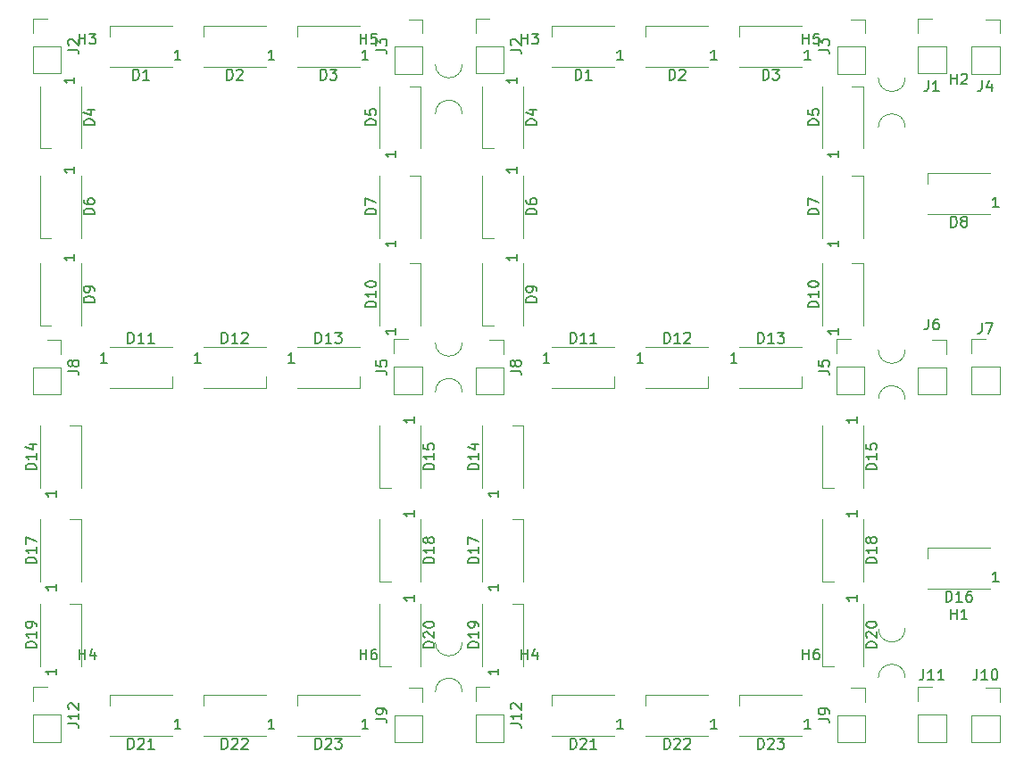
<source format=gbr>
%TF.GenerationSoftware,KiCad,Pcbnew,(5.1.9)-1*%
%TF.CreationDate,2021-05-05T18:50:43+10:00*%
%TF.ProjectId,panel,70616e65-6c2e-46b6-9963-61645f706362,rev?*%
%TF.SameCoordinates,Original*%
%TF.FileFunction,Legend,Top*%
%TF.FilePolarity,Positive*%
%FSLAX46Y46*%
G04 Gerber Fmt 4.6, Leading zero omitted, Abs format (unit mm)*
G04 Created by KiCad (PCBNEW (5.1.9)-1) date 2021-05-05 18:50:43*
%MOMM*%
%LPD*%
G01*
G04 APERTURE LIST*
%ADD10C,0.100000*%
%ADD11C,0.120000*%
%ADD12C,0.150000*%
G04 APERTURE END LIST*
D10*
%TO.C,mouse-bite-2.54mm-slot*%
X100685600Y-55949400D02*
G75*
G02*
X103225600Y-55949400I1270000J0D01*
G01*
X100685600Y-51289400D02*
G75*
G03*
X103225600Y-51289400I1270000J0D01*
G01*
X100685600Y-81755800D02*
G75*
G02*
X103225600Y-81755800I1270000J0D01*
G01*
X100685600Y-77095800D02*
G75*
G03*
X103225600Y-77095800I1270000J0D01*
G01*
X100685600Y-108197200D02*
G75*
G02*
X103225600Y-108197200I1270000J0D01*
G01*
X100685600Y-103537200D02*
G75*
G03*
X103225600Y-103537200I1270000J0D01*
G01*
X58674000Y-81070000D02*
G75*
G02*
X61214000Y-81070000I1270000J0D01*
G01*
X58674000Y-76410000D02*
G75*
G03*
X61214000Y-76410000I1270000J0D01*
G01*
X58674000Y-54654000D02*
G75*
G02*
X61214000Y-54654000I1270000J0D01*
G01*
X58674000Y-49994000D02*
G75*
G03*
X61214000Y-49994000I1270000J0D01*
G01*
X58674000Y-109518000D02*
G75*
G02*
X61214000Y-109518000I1270000J0D01*
G01*
X58674000Y-104858000D02*
G75*
G03*
X61214000Y-104858000I1270000J0D01*
G01*
D11*
%TO.C,D5*%
X57294000Y-52055000D02*
X56219000Y-52055000D01*
X57294000Y-57955000D02*
X57294000Y-52055000D01*
X53394000Y-57955000D02*
X53394000Y-52055000D01*
%TO.C,J9*%
X56134000Y-109160000D02*
X57464000Y-109160000D01*
X57464000Y-109160000D02*
X57464000Y-110490000D01*
X57464000Y-111760000D02*
X57464000Y-114360000D01*
X54804000Y-114360000D02*
X57464000Y-114360000D01*
X54804000Y-111760000D02*
X54804000Y-114360000D01*
X54804000Y-111760000D02*
X57464000Y-111760000D01*
%TO.C,D20*%
X53394000Y-107090000D02*
X54469000Y-107090000D01*
X53394000Y-101190000D02*
X53394000Y-107090000D01*
X57294000Y-101190000D02*
X57294000Y-107090000D01*
%TO.C,D17*%
X25064000Y-93175000D02*
X23989000Y-93175000D01*
X25064000Y-99075000D02*
X25064000Y-93175000D01*
X21164000Y-99075000D02*
X21164000Y-93175000D01*
%TO.C,D21*%
X27784000Y-109810000D02*
X27784000Y-110885000D01*
X33684000Y-109810000D02*
X27784000Y-109810000D01*
X33684000Y-113710000D02*
X27784000Y-113710000D01*
%TO.C,J5*%
X54754000Y-76090000D02*
X56084000Y-76090000D01*
X54754000Y-77420000D02*
X54754000Y-76090000D01*
X54754000Y-78690000D02*
X57414000Y-78690000D01*
X57414000Y-78690000D02*
X57414000Y-81290000D01*
X54754000Y-78690000D02*
X54754000Y-81290000D01*
X54754000Y-81290000D02*
X57414000Y-81290000D01*
%TO.C,J8*%
X21844000Y-76140000D02*
X23174000Y-76140000D01*
X23174000Y-76140000D02*
X23174000Y-77470000D01*
X23174000Y-78740000D02*
X23174000Y-81340000D01*
X20514000Y-81340000D02*
X23174000Y-81340000D01*
X20514000Y-78740000D02*
X20514000Y-81340000D01*
X20514000Y-78740000D02*
X23174000Y-78740000D01*
%TO.C,D6*%
X21164000Y-66450000D02*
X22239000Y-66450000D01*
X21164000Y-60550000D02*
X21164000Y-66450000D01*
X25064000Y-60550000D02*
X25064000Y-66450000D01*
%TO.C,D7*%
X57294000Y-60550000D02*
X56219000Y-60550000D01*
X57294000Y-66450000D02*
X57294000Y-60550000D01*
X53394000Y-66450000D02*
X53394000Y-60550000D01*
%TO.C,J12*%
X20514000Y-109110000D02*
X21844000Y-109110000D01*
X20514000Y-110440000D02*
X20514000Y-109110000D01*
X20514000Y-111710000D02*
X23174000Y-111710000D01*
X23174000Y-111710000D02*
X23174000Y-114310000D01*
X20514000Y-111710000D02*
X20514000Y-114310000D01*
X20514000Y-114310000D02*
X23174000Y-114310000D01*
%TO.C,D18*%
X53394000Y-99075000D02*
X54469000Y-99075000D01*
X53394000Y-93175000D02*
X53394000Y-99075000D01*
X57294000Y-93175000D02*
X57294000Y-99075000D01*
%TO.C,D22*%
X36674000Y-109810000D02*
X36674000Y-110885000D01*
X42574000Y-109810000D02*
X36674000Y-109810000D01*
X42574000Y-113710000D02*
X36674000Y-113710000D01*
%TO.C,D15*%
X53394000Y-90185000D02*
X54469000Y-90185000D01*
X53394000Y-84285000D02*
X53394000Y-90185000D01*
X57294000Y-84285000D02*
X57294000Y-90185000D01*
%TO.C,D1*%
X27784000Y-46310000D02*
X27784000Y-47385000D01*
X33684000Y-46310000D02*
X27784000Y-46310000D01*
X33684000Y-50210000D02*
X27784000Y-50210000D01*
%TO.C,J3*%
X56134000Y-45710000D02*
X57464000Y-45710000D01*
X57464000Y-45710000D02*
X57464000Y-47040000D01*
X57464000Y-48310000D02*
X57464000Y-50910000D01*
X54804000Y-50910000D02*
X57464000Y-50910000D01*
X54804000Y-48310000D02*
X54804000Y-50910000D01*
X54804000Y-48310000D02*
X57464000Y-48310000D01*
%TO.C,D13*%
X51464000Y-80690000D02*
X51464000Y-79615000D01*
X45564000Y-80690000D02*
X51464000Y-80690000D01*
X45564000Y-76790000D02*
X51464000Y-76790000D01*
%TO.C,D19*%
X25064000Y-101190000D02*
X23989000Y-101190000D01*
X25064000Y-107090000D02*
X25064000Y-101190000D01*
X21164000Y-107090000D02*
X21164000Y-101190000D01*
%TO.C,D9*%
X21164000Y-74772000D02*
X22239000Y-74772000D01*
X21164000Y-68872000D02*
X21164000Y-74772000D01*
X25064000Y-68872000D02*
X25064000Y-74772000D01*
%TO.C,D10*%
X57294000Y-68872000D02*
X56219000Y-68872000D01*
X57294000Y-74772000D02*
X57294000Y-68872000D01*
X53394000Y-74772000D02*
X53394000Y-68872000D01*
%TO.C,D11*%
X33684000Y-80690000D02*
X33684000Y-79615000D01*
X27784000Y-80690000D02*
X33684000Y-80690000D01*
X27784000Y-76790000D02*
X33684000Y-76790000D01*
%TO.C,D3*%
X45564000Y-46310000D02*
X45564000Y-47385000D01*
X51464000Y-46310000D02*
X45564000Y-46310000D01*
X51464000Y-50210000D02*
X45564000Y-50210000D01*
%TO.C,J2*%
X20514000Y-45660000D02*
X21844000Y-45660000D01*
X20514000Y-46990000D02*
X20514000Y-45660000D01*
X20514000Y-48260000D02*
X23174000Y-48260000D01*
X23174000Y-48260000D02*
X23174000Y-50860000D01*
X20514000Y-48260000D02*
X20514000Y-50860000D01*
X20514000Y-50860000D02*
X23174000Y-50860000D01*
%TO.C,D4*%
X21164000Y-57955000D02*
X22239000Y-57955000D01*
X21164000Y-52055000D02*
X21164000Y-57955000D01*
X25064000Y-52055000D02*
X25064000Y-57955000D01*
%TO.C,D14*%
X25064000Y-84285000D02*
X23989000Y-84285000D01*
X25064000Y-90185000D02*
X25064000Y-84285000D01*
X21164000Y-90185000D02*
X21164000Y-84285000D01*
%TO.C,D2*%
X36674000Y-46310000D02*
X36674000Y-47385000D01*
X42574000Y-46310000D02*
X36674000Y-46310000D01*
X42574000Y-50210000D02*
X36674000Y-50210000D01*
%TO.C,D23*%
X45564000Y-109810000D02*
X45564000Y-110885000D01*
X51464000Y-109810000D02*
X45564000Y-109810000D01*
X51464000Y-113710000D02*
X45564000Y-113710000D01*
%TO.C,D12*%
X42574000Y-80690000D02*
X42574000Y-79615000D01*
X36674000Y-80690000D02*
X42574000Y-80690000D01*
X36674000Y-76790000D02*
X42574000Y-76790000D01*
%TO.C,J7*%
X109515600Y-76090000D02*
X110845600Y-76090000D01*
X109515600Y-77420000D02*
X109515600Y-76090000D01*
X109515600Y-78690000D02*
X112175600Y-78690000D01*
X112175600Y-78690000D02*
X112175600Y-81290000D01*
X109515600Y-78690000D02*
X109515600Y-81290000D01*
X109515600Y-81290000D02*
X112175600Y-81290000D01*
%TO.C,J10*%
X110845600Y-109160000D02*
X112175600Y-109160000D01*
X112175600Y-109160000D02*
X112175600Y-110490000D01*
X112175600Y-111760000D02*
X112175600Y-114360000D01*
X109515600Y-114360000D02*
X112175600Y-114360000D01*
X109515600Y-111760000D02*
X109515600Y-114360000D01*
X109515600Y-111760000D02*
X112175600Y-111760000D01*
%TO.C,J11*%
X104435600Y-109110000D02*
X105765600Y-109110000D01*
X104435600Y-110440000D02*
X104435600Y-109110000D01*
X104435600Y-111710000D02*
X107095600Y-111710000D01*
X107095600Y-111710000D02*
X107095600Y-114310000D01*
X104435600Y-111710000D02*
X104435600Y-114310000D01*
X104435600Y-114310000D02*
X107095600Y-114310000D01*
%TO.C,J12*%
X62474800Y-109110000D02*
X63804800Y-109110000D01*
X62474800Y-110440000D02*
X62474800Y-109110000D01*
X62474800Y-111710000D02*
X65134800Y-111710000D01*
X65134800Y-111710000D02*
X65134800Y-114310000D01*
X62474800Y-111710000D02*
X62474800Y-114310000D01*
X62474800Y-114310000D02*
X65134800Y-114310000D01*
%TO.C,J5*%
X96714800Y-76090000D02*
X98044800Y-76090000D01*
X96714800Y-77420000D02*
X96714800Y-76090000D01*
X96714800Y-78690000D02*
X99374800Y-78690000D01*
X99374800Y-78690000D02*
X99374800Y-81290000D01*
X96714800Y-78690000D02*
X96714800Y-81290000D01*
X96714800Y-81290000D02*
X99374800Y-81290000D01*
%TO.C,J6*%
X105765600Y-76140000D02*
X107095600Y-76140000D01*
X107095600Y-76140000D02*
X107095600Y-77470000D01*
X107095600Y-78740000D02*
X107095600Y-81340000D01*
X104435600Y-81340000D02*
X107095600Y-81340000D01*
X104435600Y-78740000D02*
X104435600Y-81340000D01*
X104435600Y-78740000D02*
X107095600Y-78740000D01*
%TO.C,J8*%
X63804800Y-76140000D02*
X65134800Y-76140000D01*
X65134800Y-76140000D02*
X65134800Y-77470000D01*
X65134800Y-78740000D02*
X65134800Y-81340000D01*
X62474800Y-81340000D02*
X65134800Y-81340000D01*
X62474800Y-78740000D02*
X62474800Y-81340000D01*
X62474800Y-78740000D02*
X65134800Y-78740000D01*
%TO.C,D6*%
X63124800Y-66450000D02*
X64199800Y-66450000D01*
X63124800Y-60550000D02*
X63124800Y-66450000D01*
X67024800Y-60550000D02*
X67024800Y-66450000D01*
%TO.C,D7*%
X99254800Y-60550000D02*
X98179800Y-60550000D01*
X99254800Y-66450000D02*
X99254800Y-60550000D01*
X95354800Y-66450000D02*
X95354800Y-60550000D01*
%TO.C,D18*%
X95354800Y-99075000D02*
X96429800Y-99075000D01*
X95354800Y-93175000D02*
X95354800Y-99075000D01*
X99254800Y-93175000D02*
X99254800Y-99075000D01*
%TO.C,J1*%
X104435600Y-45660000D02*
X105765600Y-45660000D01*
X104435600Y-46990000D02*
X104435600Y-45660000D01*
X104435600Y-48260000D02*
X107095600Y-48260000D01*
X107095600Y-48260000D02*
X107095600Y-50860000D01*
X104435600Y-48260000D02*
X104435600Y-50860000D01*
X104435600Y-50860000D02*
X107095600Y-50860000D01*
%TO.C,D8*%
X105355600Y-60280000D02*
X105355600Y-61355000D01*
X111255600Y-60280000D02*
X105355600Y-60280000D01*
X111255600Y-64180000D02*
X105355600Y-64180000D01*
%TO.C,D11*%
X75644800Y-80690000D02*
X75644800Y-79615000D01*
X69744800Y-80690000D02*
X75644800Y-80690000D01*
X69744800Y-76790000D02*
X75644800Y-76790000D01*
%TO.C,D12*%
X84534800Y-80690000D02*
X84534800Y-79615000D01*
X78634800Y-80690000D02*
X84534800Y-80690000D01*
X78634800Y-76790000D02*
X84534800Y-76790000D01*
%TO.C,D13*%
X93424800Y-80690000D02*
X93424800Y-79615000D01*
X87524800Y-80690000D02*
X93424800Y-80690000D01*
X87524800Y-76790000D02*
X93424800Y-76790000D01*
%TO.C,D3*%
X87524800Y-46310000D02*
X87524800Y-47385000D01*
X93424800Y-46310000D02*
X87524800Y-46310000D01*
X93424800Y-50210000D02*
X87524800Y-50210000D01*
%TO.C,D22*%
X78634800Y-109810000D02*
X78634800Y-110885000D01*
X84534800Y-109810000D02*
X78634800Y-109810000D01*
X84534800Y-113710000D02*
X78634800Y-113710000D01*
%TO.C,D23*%
X87524800Y-109810000D02*
X87524800Y-110885000D01*
X93424800Y-109810000D02*
X87524800Y-109810000D01*
X93424800Y-113710000D02*
X87524800Y-113710000D01*
%TO.C,D14*%
X67024800Y-84285000D02*
X65949800Y-84285000D01*
X67024800Y-90185000D02*
X67024800Y-84285000D01*
X63124800Y-90185000D02*
X63124800Y-84285000D01*
%TO.C,J4*%
X110845600Y-45710000D02*
X112175600Y-45710000D01*
X112175600Y-45710000D02*
X112175600Y-47040000D01*
X112175600Y-48310000D02*
X112175600Y-50910000D01*
X109515600Y-50910000D02*
X112175600Y-50910000D01*
X109515600Y-48310000D02*
X109515600Y-50910000D01*
X109515600Y-48310000D02*
X112175600Y-48310000D01*
%TO.C,D15*%
X95354800Y-90185000D02*
X96429800Y-90185000D01*
X95354800Y-84285000D02*
X95354800Y-90185000D01*
X99254800Y-84285000D02*
X99254800Y-90185000D01*
%TO.C,D19*%
X67024800Y-101190000D02*
X65949800Y-101190000D01*
X67024800Y-107090000D02*
X67024800Y-101190000D01*
X63124800Y-107090000D02*
X63124800Y-101190000D01*
%TO.C,J2*%
X62474800Y-45660000D02*
X63804800Y-45660000D01*
X62474800Y-46990000D02*
X62474800Y-45660000D01*
X62474800Y-48260000D02*
X65134800Y-48260000D01*
X65134800Y-48260000D02*
X65134800Y-50860000D01*
X62474800Y-48260000D02*
X62474800Y-50860000D01*
X62474800Y-50860000D02*
X65134800Y-50860000D01*
%TO.C,J3*%
X98094800Y-45710000D02*
X99424800Y-45710000D01*
X99424800Y-45710000D02*
X99424800Y-47040000D01*
X99424800Y-48310000D02*
X99424800Y-50910000D01*
X96764800Y-50910000D02*
X99424800Y-50910000D01*
X96764800Y-48310000D02*
X96764800Y-50910000D01*
X96764800Y-48310000D02*
X99424800Y-48310000D01*
%TO.C,D4*%
X63124800Y-57955000D02*
X64199800Y-57955000D01*
X63124800Y-52055000D02*
X63124800Y-57955000D01*
X67024800Y-52055000D02*
X67024800Y-57955000D01*
%TO.C,D2*%
X78634800Y-46310000D02*
X78634800Y-47385000D01*
X84534800Y-46310000D02*
X78634800Y-46310000D01*
X84534800Y-50210000D02*
X78634800Y-50210000D01*
%TO.C,D16*%
X105355600Y-95840000D02*
X105355600Y-96915000D01*
X111255600Y-95840000D02*
X105355600Y-95840000D01*
X111255600Y-99740000D02*
X105355600Y-99740000D01*
%TO.C,D9*%
X63124800Y-74772000D02*
X64199800Y-74772000D01*
X63124800Y-68872000D02*
X63124800Y-74772000D01*
X67024800Y-68872000D02*
X67024800Y-74772000D01*
%TO.C,D1*%
X69744800Y-46310000D02*
X69744800Y-47385000D01*
X75644800Y-46310000D02*
X69744800Y-46310000D01*
X75644800Y-50210000D02*
X69744800Y-50210000D01*
%TO.C,D10*%
X99254800Y-68872000D02*
X98179800Y-68872000D01*
X99254800Y-74772000D02*
X99254800Y-68872000D01*
X95354800Y-74772000D02*
X95354800Y-68872000D01*
%TO.C,J9*%
X98094800Y-109160000D02*
X99424800Y-109160000D01*
X99424800Y-109160000D02*
X99424800Y-110490000D01*
X99424800Y-111760000D02*
X99424800Y-114360000D01*
X96764800Y-114360000D02*
X99424800Y-114360000D01*
X96764800Y-111760000D02*
X96764800Y-114360000D01*
X96764800Y-111760000D02*
X99424800Y-111760000D01*
%TO.C,D5*%
X99254800Y-52055000D02*
X98179800Y-52055000D01*
X99254800Y-57955000D02*
X99254800Y-52055000D01*
X95354800Y-57955000D02*
X95354800Y-52055000D01*
%TO.C,D20*%
X95354800Y-107090000D02*
X96429800Y-107090000D01*
X95354800Y-101190000D02*
X95354800Y-107090000D01*
X99254800Y-101190000D02*
X99254800Y-107090000D01*
%TO.C,D17*%
X67024800Y-93175000D02*
X65949800Y-93175000D01*
X67024800Y-99075000D02*
X67024800Y-93175000D01*
X63124800Y-99075000D02*
X63124800Y-93175000D01*
%TO.C,D21*%
X69744800Y-109810000D02*
X69744800Y-110885000D01*
X75644800Y-109810000D02*
X69744800Y-109810000D01*
X75644800Y-113710000D02*
X69744800Y-113710000D01*
%TO.C,D5*%
D12*
X53046380Y-55743095D02*
X52046380Y-55743095D01*
X52046380Y-55505000D01*
X52094000Y-55362142D01*
X52189238Y-55266904D01*
X52284476Y-55219285D01*
X52474952Y-55171666D01*
X52617809Y-55171666D01*
X52808285Y-55219285D01*
X52903523Y-55266904D01*
X52998761Y-55362142D01*
X53046380Y-55505000D01*
X53046380Y-55743095D01*
X52046380Y-54266904D02*
X52046380Y-54743095D01*
X52522571Y-54790714D01*
X52474952Y-54743095D01*
X52427333Y-54647857D01*
X52427333Y-54409761D01*
X52474952Y-54314523D01*
X52522571Y-54266904D01*
X52617809Y-54219285D01*
X52855904Y-54219285D01*
X52951142Y-54266904D01*
X52998761Y-54314523D01*
X53046380Y-54409761D01*
X53046380Y-54647857D01*
X52998761Y-54743095D01*
X52951142Y-54790714D01*
X54921380Y-58219285D02*
X54921380Y-58790714D01*
X54921380Y-58505000D02*
X53921380Y-58505000D01*
X54064238Y-58600238D01*
X54159476Y-58695476D01*
X54207095Y-58790714D01*
%TO.C,J9*%
X53046380Y-112093333D02*
X53760666Y-112093333D01*
X53903523Y-112140952D01*
X53998761Y-112236190D01*
X54046380Y-112379047D01*
X54046380Y-112474285D01*
X54046380Y-111569523D02*
X54046380Y-111379047D01*
X53998761Y-111283809D01*
X53951142Y-111236190D01*
X53808285Y-111140952D01*
X53617809Y-111093333D01*
X53236857Y-111093333D01*
X53141619Y-111140952D01*
X53094000Y-111188571D01*
X53046380Y-111283809D01*
X53046380Y-111474285D01*
X53094000Y-111569523D01*
X53141619Y-111617142D01*
X53236857Y-111664761D01*
X53474952Y-111664761D01*
X53570190Y-111617142D01*
X53617809Y-111569523D01*
X53665428Y-111474285D01*
X53665428Y-111283809D01*
X53617809Y-111188571D01*
X53570190Y-111140952D01*
X53474952Y-111093333D01*
%TO.C,D20*%
X58546380Y-105354285D02*
X57546380Y-105354285D01*
X57546380Y-105116190D01*
X57594000Y-104973333D01*
X57689238Y-104878095D01*
X57784476Y-104830476D01*
X57974952Y-104782857D01*
X58117809Y-104782857D01*
X58308285Y-104830476D01*
X58403523Y-104878095D01*
X58498761Y-104973333D01*
X58546380Y-105116190D01*
X58546380Y-105354285D01*
X57641619Y-104401904D02*
X57594000Y-104354285D01*
X57546380Y-104259047D01*
X57546380Y-104020952D01*
X57594000Y-103925714D01*
X57641619Y-103878095D01*
X57736857Y-103830476D01*
X57832095Y-103830476D01*
X57974952Y-103878095D01*
X58546380Y-104449523D01*
X58546380Y-103830476D01*
X57546380Y-103211428D02*
X57546380Y-103116190D01*
X57594000Y-103020952D01*
X57641619Y-102973333D01*
X57736857Y-102925714D01*
X57927333Y-102878095D01*
X58165428Y-102878095D01*
X58355904Y-102925714D01*
X58451142Y-102973333D01*
X58498761Y-103020952D01*
X58546380Y-103116190D01*
X58546380Y-103211428D01*
X58498761Y-103306666D01*
X58451142Y-103354285D01*
X58355904Y-103401904D01*
X58165428Y-103449523D01*
X57927333Y-103449523D01*
X57736857Y-103401904D01*
X57641619Y-103354285D01*
X57594000Y-103306666D01*
X57546380Y-103211428D01*
X56671380Y-100354285D02*
X56671380Y-100925714D01*
X56671380Y-100640000D02*
X55671380Y-100640000D01*
X55814238Y-100735238D01*
X55909476Y-100830476D01*
X55957095Y-100925714D01*
%TO.C,D17*%
X20816380Y-97339285D02*
X19816380Y-97339285D01*
X19816380Y-97101190D01*
X19864000Y-96958333D01*
X19959238Y-96863095D01*
X20054476Y-96815476D01*
X20244952Y-96767857D01*
X20387809Y-96767857D01*
X20578285Y-96815476D01*
X20673523Y-96863095D01*
X20768761Y-96958333D01*
X20816380Y-97101190D01*
X20816380Y-97339285D01*
X20816380Y-95815476D02*
X20816380Y-96386904D01*
X20816380Y-96101190D02*
X19816380Y-96101190D01*
X19959238Y-96196428D01*
X20054476Y-96291666D01*
X20102095Y-96386904D01*
X19816380Y-95482142D02*
X19816380Y-94815476D01*
X20816380Y-95244047D01*
X22691380Y-99339285D02*
X22691380Y-99910714D01*
X22691380Y-99625000D02*
X21691380Y-99625000D01*
X21834238Y-99720238D01*
X21929476Y-99815476D01*
X21977095Y-99910714D01*
%TO.C,D21*%
X29519714Y-114962380D02*
X29519714Y-113962380D01*
X29757809Y-113962380D01*
X29900666Y-114010000D01*
X29995904Y-114105238D01*
X30043523Y-114200476D01*
X30091142Y-114390952D01*
X30091142Y-114533809D01*
X30043523Y-114724285D01*
X29995904Y-114819523D01*
X29900666Y-114914761D01*
X29757809Y-114962380D01*
X29519714Y-114962380D01*
X30472095Y-114057619D02*
X30519714Y-114010000D01*
X30614952Y-113962380D01*
X30853047Y-113962380D01*
X30948285Y-114010000D01*
X30995904Y-114057619D01*
X31043523Y-114152857D01*
X31043523Y-114248095D01*
X30995904Y-114390952D01*
X30424476Y-114962380D01*
X31043523Y-114962380D01*
X31995904Y-114962380D02*
X31424476Y-114962380D01*
X31710190Y-114962380D02*
X31710190Y-113962380D01*
X31614952Y-114105238D01*
X31519714Y-114200476D01*
X31424476Y-114248095D01*
X34519714Y-113087380D02*
X33948285Y-113087380D01*
X34234000Y-113087380D02*
X34234000Y-112087380D01*
X34138761Y-112230238D01*
X34043523Y-112325476D01*
X33948285Y-112373095D01*
%TO.C,H3*%
X24892095Y-48052380D02*
X24892095Y-47052380D01*
X24892095Y-47528571D02*
X25463523Y-47528571D01*
X25463523Y-48052380D02*
X25463523Y-47052380D01*
X25844476Y-47052380D02*
X26463523Y-47052380D01*
X26130190Y-47433333D01*
X26273047Y-47433333D01*
X26368285Y-47480952D01*
X26415904Y-47528571D01*
X26463523Y-47623809D01*
X26463523Y-47861904D01*
X26415904Y-47957142D01*
X26368285Y-48004761D01*
X26273047Y-48052380D01*
X25987333Y-48052380D01*
X25892095Y-48004761D01*
X25844476Y-47957142D01*
%TO.C,J5*%
X53046380Y-79073333D02*
X53760666Y-79073333D01*
X53903523Y-79120952D01*
X53998761Y-79216190D01*
X54046380Y-79359047D01*
X54046380Y-79454285D01*
X53046380Y-78120952D02*
X53046380Y-78597142D01*
X53522571Y-78644761D01*
X53474952Y-78597142D01*
X53427333Y-78501904D01*
X53427333Y-78263809D01*
X53474952Y-78168571D01*
X53522571Y-78120952D01*
X53617809Y-78073333D01*
X53855904Y-78073333D01*
X53951142Y-78120952D01*
X53998761Y-78168571D01*
X54046380Y-78263809D01*
X54046380Y-78501904D01*
X53998761Y-78597142D01*
X53951142Y-78644761D01*
%TO.C,H6*%
X51562095Y-106472380D02*
X51562095Y-105472380D01*
X51562095Y-105948571D02*
X52133523Y-105948571D01*
X52133523Y-106472380D02*
X52133523Y-105472380D01*
X53038285Y-105472380D02*
X52847809Y-105472380D01*
X52752571Y-105520000D01*
X52704952Y-105567619D01*
X52609714Y-105710476D01*
X52562095Y-105900952D01*
X52562095Y-106281904D01*
X52609714Y-106377142D01*
X52657333Y-106424761D01*
X52752571Y-106472380D01*
X52943047Y-106472380D01*
X53038285Y-106424761D01*
X53085904Y-106377142D01*
X53133523Y-106281904D01*
X53133523Y-106043809D01*
X53085904Y-105948571D01*
X53038285Y-105900952D01*
X52943047Y-105853333D01*
X52752571Y-105853333D01*
X52657333Y-105900952D01*
X52609714Y-105948571D01*
X52562095Y-106043809D01*
%TO.C,J8*%
X23836380Y-79073333D02*
X24550666Y-79073333D01*
X24693523Y-79120952D01*
X24788761Y-79216190D01*
X24836380Y-79359047D01*
X24836380Y-79454285D01*
X24264952Y-78454285D02*
X24217333Y-78549523D01*
X24169714Y-78597142D01*
X24074476Y-78644761D01*
X24026857Y-78644761D01*
X23931619Y-78597142D01*
X23884000Y-78549523D01*
X23836380Y-78454285D01*
X23836380Y-78263809D01*
X23884000Y-78168571D01*
X23931619Y-78120952D01*
X24026857Y-78073333D01*
X24074476Y-78073333D01*
X24169714Y-78120952D01*
X24217333Y-78168571D01*
X24264952Y-78263809D01*
X24264952Y-78454285D01*
X24312571Y-78549523D01*
X24360190Y-78597142D01*
X24455428Y-78644761D01*
X24645904Y-78644761D01*
X24741142Y-78597142D01*
X24788761Y-78549523D01*
X24836380Y-78454285D01*
X24836380Y-78263809D01*
X24788761Y-78168571D01*
X24741142Y-78120952D01*
X24645904Y-78073333D01*
X24455428Y-78073333D01*
X24360190Y-78120952D01*
X24312571Y-78168571D01*
X24264952Y-78263809D01*
%TO.C,D6*%
X26316380Y-64238095D02*
X25316380Y-64238095D01*
X25316380Y-64000000D01*
X25364000Y-63857142D01*
X25459238Y-63761904D01*
X25554476Y-63714285D01*
X25744952Y-63666666D01*
X25887809Y-63666666D01*
X26078285Y-63714285D01*
X26173523Y-63761904D01*
X26268761Y-63857142D01*
X26316380Y-64000000D01*
X26316380Y-64238095D01*
X25316380Y-62809523D02*
X25316380Y-63000000D01*
X25364000Y-63095238D01*
X25411619Y-63142857D01*
X25554476Y-63238095D01*
X25744952Y-63285714D01*
X26125904Y-63285714D01*
X26221142Y-63238095D01*
X26268761Y-63190476D01*
X26316380Y-63095238D01*
X26316380Y-62904761D01*
X26268761Y-62809523D01*
X26221142Y-62761904D01*
X26125904Y-62714285D01*
X25887809Y-62714285D01*
X25792571Y-62761904D01*
X25744952Y-62809523D01*
X25697333Y-62904761D01*
X25697333Y-63095238D01*
X25744952Y-63190476D01*
X25792571Y-63238095D01*
X25887809Y-63285714D01*
X24441380Y-59714285D02*
X24441380Y-60285714D01*
X24441380Y-60000000D02*
X23441380Y-60000000D01*
X23584238Y-60095238D01*
X23679476Y-60190476D01*
X23727095Y-60285714D01*
%TO.C,D7*%
X53046380Y-64238095D02*
X52046380Y-64238095D01*
X52046380Y-64000000D01*
X52094000Y-63857142D01*
X52189238Y-63761904D01*
X52284476Y-63714285D01*
X52474952Y-63666666D01*
X52617809Y-63666666D01*
X52808285Y-63714285D01*
X52903523Y-63761904D01*
X52998761Y-63857142D01*
X53046380Y-64000000D01*
X53046380Y-64238095D01*
X52046380Y-63333333D02*
X52046380Y-62666666D01*
X53046380Y-63095238D01*
X54921380Y-66714285D02*
X54921380Y-67285714D01*
X54921380Y-67000000D02*
X53921380Y-67000000D01*
X54064238Y-67095238D01*
X54159476Y-67190476D01*
X54207095Y-67285714D01*
%TO.C,H4*%
X24892095Y-106472380D02*
X24892095Y-105472380D01*
X24892095Y-105948571D02*
X25463523Y-105948571D01*
X25463523Y-106472380D02*
X25463523Y-105472380D01*
X26368285Y-105805714D02*
X26368285Y-106472380D01*
X26130190Y-105424761D02*
X25892095Y-106139047D01*
X26511142Y-106139047D01*
%TO.C,J12*%
X23836380Y-112569523D02*
X24550666Y-112569523D01*
X24693523Y-112617142D01*
X24788761Y-112712380D01*
X24836380Y-112855238D01*
X24836380Y-112950476D01*
X24836380Y-111569523D02*
X24836380Y-112140952D01*
X24836380Y-111855238D02*
X23836380Y-111855238D01*
X23979238Y-111950476D01*
X24074476Y-112045714D01*
X24122095Y-112140952D01*
X23931619Y-111188571D02*
X23884000Y-111140952D01*
X23836380Y-111045714D01*
X23836380Y-110807619D01*
X23884000Y-110712380D01*
X23931619Y-110664761D01*
X24026857Y-110617142D01*
X24122095Y-110617142D01*
X24264952Y-110664761D01*
X24836380Y-111236190D01*
X24836380Y-110617142D01*
%TO.C,H5*%
X51562095Y-48052380D02*
X51562095Y-47052380D01*
X51562095Y-47528571D02*
X52133523Y-47528571D01*
X52133523Y-48052380D02*
X52133523Y-47052380D01*
X53085904Y-47052380D02*
X52609714Y-47052380D01*
X52562095Y-47528571D01*
X52609714Y-47480952D01*
X52704952Y-47433333D01*
X52943047Y-47433333D01*
X53038285Y-47480952D01*
X53085904Y-47528571D01*
X53133523Y-47623809D01*
X53133523Y-47861904D01*
X53085904Y-47957142D01*
X53038285Y-48004761D01*
X52943047Y-48052380D01*
X52704952Y-48052380D01*
X52609714Y-48004761D01*
X52562095Y-47957142D01*
%TO.C,D18*%
X58546380Y-97339285D02*
X57546380Y-97339285D01*
X57546380Y-97101190D01*
X57594000Y-96958333D01*
X57689238Y-96863095D01*
X57784476Y-96815476D01*
X57974952Y-96767857D01*
X58117809Y-96767857D01*
X58308285Y-96815476D01*
X58403523Y-96863095D01*
X58498761Y-96958333D01*
X58546380Y-97101190D01*
X58546380Y-97339285D01*
X58546380Y-95815476D02*
X58546380Y-96386904D01*
X58546380Y-96101190D02*
X57546380Y-96101190D01*
X57689238Y-96196428D01*
X57784476Y-96291666D01*
X57832095Y-96386904D01*
X57974952Y-95244047D02*
X57927333Y-95339285D01*
X57879714Y-95386904D01*
X57784476Y-95434523D01*
X57736857Y-95434523D01*
X57641619Y-95386904D01*
X57594000Y-95339285D01*
X57546380Y-95244047D01*
X57546380Y-95053571D01*
X57594000Y-94958333D01*
X57641619Y-94910714D01*
X57736857Y-94863095D01*
X57784476Y-94863095D01*
X57879714Y-94910714D01*
X57927333Y-94958333D01*
X57974952Y-95053571D01*
X57974952Y-95244047D01*
X58022571Y-95339285D01*
X58070190Y-95386904D01*
X58165428Y-95434523D01*
X58355904Y-95434523D01*
X58451142Y-95386904D01*
X58498761Y-95339285D01*
X58546380Y-95244047D01*
X58546380Y-95053571D01*
X58498761Y-94958333D01*
X58451142Y-94910714D01*
X58355904Y-94863095D01*
X58165428Y-94863095D01*
X58070190Y-94910714D01*
X58022571Y-94958333D01*
X57974952Y-95053571D01*
X56671380Y-92339285D02*
X56671380Y-92910714D01*
X56671380Y-92625000D02*
X55671380Y-92625000D01*
X55814238Y-92720238D01*
X55909476Y-92815476D01*
X55957095Y-92910714D01*
%TO.C,D22*%
X38409714Y-114962380D02*
X38409714Y-113962380D01*
X38647809Y-113962380D01*
X38790666Y-114010000D01*
X38885904Y-114105238D01*
X38933523Y-114200476D01*
X38981142Y-114390952D01*
X38981142Y-114533809D01*
X38933523Y-114724285D01*
X38885904Y-114819523D01*
X38790666Y-114914761D01*
X38647809Y-114962380D01*
X38409714Y-114962380D01*
X39362095Y-114057619D02*
X39409714Y-114010000D01*
X39504952Y-113962380D01*
X39743047Y-113962380D01*
X39838285Y-114010000D01*
X39885904Y-114057619D01*
X39933523Y-114152857D01*
X39933523Y-114248095D01*
X39885904Y-114390952D01*
X39314476Y-114962380D01*
X39933523Y-114962380D01*
X40314476Y-114057619D02*
X40362095Y-114010000D01*
X40457333Y-113962380D01*
X40695428Y-113962380D01*
X40790666Y-114010000D01*
X40838285Y-114057619D01*
X40885904Y-114152857D01*
X40885904Y-114248095D01*
X40838285Y-114390952D01*
X40266857Y-114962380D01*
X40885904Y-114962380D01*
X43409714Y-113087380D02*
X42838285Y-113087380D01*
X43124000Y-113087380D02*
X43124000Y-112087380D01*
X43028761Y-112230238D01*
X42933523Y-112325476D01*
X42838285Y-112373095D01*
%TO.C,D15*%
X58546380Y-88449285D02*
X57546380Y-88449285D01*
X57546380Y-88211190D01*
X57594000Y-88068333D01*
X57689238Y-87973095D01*
X57784476Y-87925476D01*
X57974952Y-87877857D01*
X58117809Y-87877857D01*
X58308285Y-87925476D01*
X58403523Y-87973095D01*
X58498761Y-88068333D01*
X58546380Y-88211190D01*
X58546380Y-88449285D01*
X58546380Y-86925476D02*
X58546380Y-87496904D01*
X58546380Y-87211190D02*
X57546380Y-87211190D01*
X57689238Y-87306428D01*
X57784476Y-87401666D01*
X57832095Y-87496904D01*
X57546380Y-86020714D02*
X57546380Y-86496904D01*
X58022571Y-86544523D01*
X57974952Y-86496904D01*
X57927333Y-86401666D01*
X57927333Y-86163571D01*
X57974952Y-86068333D01*
X58022571Y-86020714D01*
X58117809Y-85973095D01*
X58355904Y-85973095D01*
X58451142Y-86020714D01*
X58498761Y-86068333D01*
X58546380Y-86163571D01*
X58546380Y-86401666D01*
X58498761Y-86496904D01*
X58451142Y-86544523D01*
X56671380Y-83449285D02*
X56671380Y-84020714D01*
X56671380Y-83735000D02*
X55671380Y-83735000D01*
X55814238Y-83830238D01*
X55909476Y-83925476D01*
X55957095Y-84020714D01*
%TO.C,D1*%
X29995904Y-51462380D02*
X29995904Y-50462380D01*
X30234000Y-50462380D01*
X30376857Y-50510000D01*
X30472095Y-50605238D01*
X30519714Y-50700476D01*
X30567333Y-50890952D01*
X30567333Y-51033809D01*
X30519714Y-51224285D01*
X30472095Y-51319523D01*
X30376857Y-51414761D01*
X30234000Y-51462380D01*
X29995904Y-51462380D01*
X31519714Y-51462380D02*
X30948285Y-51462380D01*
X31234000Y-51462380D02*
X31234000Y-50462380D01*
X31138761Y-50605238D01*
X31043523Y-50700476D01*
X30948285Y-50748095D01*
X34519714Y-49587380D02*
X33948285Y-49587380D01*
X34234000Y-49587380D02*
X34234000Y-48587380D01*
X34138761Y-48730238D01*
X34043523Y-48825476D01*
X33948285Y-48873095D01*
%TO.C,J3*%
X53046380Y-48593333D02*
X53760666Y-48593333D01*
X53903523Y-48640952D01*
X53998761Y-48736190D01*
X54046380Y-48879047D01*
X54046380Y-48974285D01*
X53046380Y-48212380D02*
X53046380Y-47593333D01*
X53427333Y-47926666D01*
X53427333Y-47783809D01*
X53474952Y-47688571D01*
X53522571Y-47640952D01*
X53617809Y-47593333D01*
X53855904Y-47593333D01*
X53951142Y-47640952D01*
X53998761Y-47688571D01*
X54046380Y-47783809D01*
X54046380Y-48069523D01*
X53998761Y-48164761D01*
X53951142Y-48212380D01*
%TO.C,D13*%
X47299714Y-76442380D02*
X47299714Y-75442380D01*
X47537809Y-75442380D01*
X47680666Y-75490000D01*
X47775904Y-75585238D01*
X47823523Y-75680476D01*
X47871142Y-75870952D01*
X47871142Y-76013809D01*
X47823523Y-76204285D01*
X47775904Y-76299523D01*
X47680666Y-76394761D01*
X47537809Y-76442380D01*
X47299714Y-76442380D01*
X48823523Y-76442380D02*
X48252095Y-76442380D01*
X48537809Y-76442380D02*
X48537809Y-75442380D01*
X48442571Y-75585238D01*
X48347333Y-75680476D01*
X48252095Y-75728095D01*
X49156857Y-75442380D02*
X49775904Y-75442380D01*
X49442571Y-75823333D01*
X49585428Y-75823333D01*
X49680666Y-75870952D01*
X49728285Y-75918571D01*
X49775904Y-76013809D01*
X49775904Y-76251904D01*
X49728285Y-76347142D01*
X49680666Y-76394761D01*
X49585428Y-76442380D01*
X49299714Y-76442380D01*
X49204476Y-76394761D01*
X49156857Y-76347142D01*
X45299714Y-78317380D02*
X44728285Y-78317380D01*
X45014000Y-78317380D02*
X45014000Y-77317380D01*
X44918761Y-77460238D01*
X44823523Y-77555476D01*
X44728285Y-77603095D01*
%TO.C,D19*%
X20816380Y-105354285D02*
X19816380Y-105354285D01*
X19816380Y-105116190D01*
X19864000Y-104973333D01*
X19959238Y-104878095D01*
X20054476Y-104830476D01*
X20244952Y-104782857D01*
X20387809Y-104782857D01*
X20578285Y-104830476D01*
X20673523Y-104878095D01*
X20768761Y-104973333D01*
X20816380Y-105116190D01*
X20816380Y-105354285D01*
X20816380Y-103830476D02*
X20816380Y-104401904D01*
X20816380Y-104116190D02*
X19816380Y-104116190D01*
X19959238Y-104211428D01*
X20054476Y-104306666D01*
X20102095Y-104401904D01*
X20816380Y-103354285D02*
X20816380Y-103163809D01*
X20768761Y-103068571D01*
X20721142Y-103020952D01*
X20578285Y-102925714D01*
X20387809Y-102878095D01*
X20006857Y-102878095D01*
X19911619Y-102925714D01*
X19864000Y-102973333D01*
X19816380Y-103068571D01*
X19816380Y-103259047D01*
X19864000Y-103354285D01*
X19911619Y-103401904D01*
X20006857Y-103449523D01*
X20244952Y-103449523D01*
X20340190Y-103401904D01*
X20387809Y-103354285D01*
X20435428Y-103259047D01*
X20435428Y-103068571D01*
X20387809Y-102973333D01*
X20340190Y-102925714D01*
X20244952Y-102878095D01*
X22691380Y-107354285D02*
X22691380Y-107925714D01*
X22691380Y-107640000D02*
X21691380Y-107640000D01*
X21834238Y-107735238D01*
X21929476Y-107830476D01*
X21977095Y-107925714D01*
%TO.C,D9*%
X26316380Y-72560095D02*
X25316380Y-72560095D01*
X25316380Y-72322000D01*
X25364000Y-72179142D01*
X25459238Y-72083904D01*
X25554476Y-72036285D01*
X25744952Y-71988666D01*
X25887809Y-71988666D01*
X26078285Y-72036285D01*
X26173523Y-72083904D01*
X26268761Y-72179142D01*
X26316380Y-72322000D01*
X26316380Y-72560095D01*
X26316380Y-71512476D02*
X26316380Y-71322000D01*
X26268761Y-71226761D01*
X26221142Y-71179142D01*
X26078285Y-71083904D01*
X25887809Y-71036285D01*
X25506857Y-71036285D01*
X25411619Y-71083904D01*
X25364000Y-71131523D01*
X25316380Y-71226761D01*
X25316380Y-71417238D01*
X25364000Y-71512476D01*
X25411619Y-71560095D01*
X25506857Y-71607714D01*
X25744952Y-71607714D01*
X25840190Y-71560095D01*
X25887809Y-71512476D01*
X25935428Y-71417238D01*
X25935428Y-71226761D01*
X25887809Y-71131523D01*
X25840190Y-71083904D01*
X25744952Y-71036285D01*
X24441380Y-68036285D02*
X24441380Y-68607714D01*
X24441380Y-68322000D02*
X23441380Y-68322000D01*
X23584238Y-68417238D01*
X23679476Y-68512476D01*
X23727095Y-68607714D01*
%TO.C,D10*%
X53046380Y-73036285D02*
X52046380Y-73036285D01*
X52046380Y-72798190D01*
X52094000Y-72655333D01*
X52189238Y-72560095D01*
X52284476Y-72512476D01*
X52474952Y-72464857D01*
X52617809Y-72464857D01*
X52808285Y-72512476D01*
X52903523Y-72560095D01*
X52998761Y-72655333D01*
X53046380Y-72798190D01*
X53046380Y-73036285D01*
X53046380Y-71512476D02*
X53046380Y-72083904D01*
X53046380Y-71798190D02*
X52046380Y-71798190D01*
X52189238Y-71893428D01*
X52284476Y-71988666D01*
X52332095Y-72083904D01*
X52046380Y-70893428D02*
X52046380Y-70798190D01*
X52094000Y-70702952D01*
X52141619Y-70655333D01*
X52236857Y-70607714D01*
X52427333Y-70560095D01*
X52665428Y-70560095D01*
X52855904Y-70607714D01*
X52951142Y-70655333D01*
X52998761Y-70702952D01*
X53046380Y-70798190D01*
X53046380Y-70893428D01*
X52998761Y-70988666D01*
X52951142Y-71036285D01*
X52855904Y-71083904D01*
X52665428Y-71131523D01*
X52427333Y-71131523D01*
X52236857Y-71083904D01*
X52141619Y-71036285D01*
X52094000Y-70988666D01*
X52046380Y-70893428D01*
X54921380Y-75036285D02*
X54921380Y-75607714D01*
X54921380Y-75322000D02*
X53921380Y-75322000D01*
X54064238Y-75417238D01*
X54159476Y-75512476D01*
X54207095Y-75607714D01*
%TO.C,D11*%
X29519714Y-76442380D02*
X29519714Y-75442380D01*
X29757809Y-75442380D01*
X29900666Y-75490000D01*
X29995904Y-75585238D01*
X30043523Y-75680476D01*
X30091142Y-75870952D01*
X30091142Y-76013809D01*
X30043523Y-76204285D01*
X29995904Y-76299523D01*
X29900666Y-76394761D01*
X29757809Y-76442380D01*
X29519714Y-76442380D01*
X31043523Y-76442380D02*
X30472095Y-76442380D01*
X30757809Y-76442380D02*
X30757809Y-75442380D01*
X30662571Y-75585238D01*
X30567333Y-75680476D01*
X30472095Y-75728095D01*
X31995904Y-76442380D02*
X31424476Y-76442380D01*
X31710190Y-76442380D02*
X31710190Y-75442380D01*
X31614952Y-75585238D01*
X31519714Y-75680476D01*
X31424476Y-75728095D01*
X27519714Y-78317380D02*
X26948285Y-78317380D01*
X27234000Y-78317380D02*
X27234000Y-77317380D01*
X27138761Y-77460238D01*
X27043523Y-77555476D01*
X26948285Y-77603095D01*
%TO.C,D3*%
X47775904Y-51462380D02*
X47775904Y-50462380D01*
X48014000Y-50462380D01*
X48156857Y-50510000D01*
X48252095Y-50605238D01*
X48299714Y-50700476D01*
X48347333Y-50890952D01*
X48347333Y-51033809D01*
X48299714Y-51224285D01*
X48252095Y-51319523D01*
X48156857Y-51414761D01*
X48014000Y-51462380D01*
X47775904Y-51462380D01*
X48680666Y-50462380D02*
X49299714Y-50462380D01*
X48966380Y-50843333D01*
X49109238Y-50843333D01*
X49204476Y-50890952D01*
X49252095Y-50938571D01*
X49299714Y-51033809D01*
X49299714Y-51271904D01*
X49252095Y-51367142D01*
X49204476Y-51414761D01*
X49109238Y-51462380D01*
X48823523Y-51462380D01*
X48728285Y-51414761D01*
X48680666Y-51367142D01*
X52299714Y-49587380D02*
X51728285Y-49587380D01*
X52014000Y-49587380D02*
X52014000Y-48587380D01*
X51918761Y-48730238D01*
X51823523Y-48825476D01*
X51728285Y-48873095D01*
%TO.C,J2*%
X23836380Y-48593333D02*
X24550666Y-48593333D01*
X24693523Y-48640952D01*
X24788761Y-48736190D01*
X24836380Y-48879047D01*
X24836380Y-48974285D01*
X23931619Y-48164761D02*
X23884000Y-48117142D01*
X23836380Y-48021904D01*
X23836380Y-47783809D01*
X23884000Y-47688571D01*
X23931619Y-47640952D01*
X24026857Y-47593333D01*
X24122095Y-47593333D01*
X24264952Y-47640952D01*
X24836380Y-48212380D01*
X24836380Y-47593333D01*
%TO.C,D4*%
X26316380Y-55743095D02*
X25316380Y-55743095D01*
X25316380Y-55505000D01*
X25364000Y-55362142D01*
X25459238Y-55266904D01*
X25554476Y-55219285D01*
X25744952Y-55171666D01*
X25887809Y-55171666D01*
X26078285Y-55219285D01*
X26173523Y-55266904D01*
X26268761Y-55362142D01*
X26316380Y-55505000D01*
X26316380Y-55743095D01*
X25649714Y-54314523D02*
X26316380Y-54314523D01*
X25268761Y-54552619D02*
X25983047Y-54790714D01*
X25983047Y-54171666D01*
X24441380Y-51219285D02*
X24441380Y-51790714D01*
X24441380Y-51505000D02*
X23441380Y-51505000D01*
X23584238Y-51600238D01*
X23679476Y-51695476D01*
X23727095Y-51790714D01*
%TO.C,D14*%
X20816380Y-88449285D02*
X19816380Y-88449285D01*
X19816380Y-88211190D01*
X19864000Y-88068333D01*
X19959238Y-87973095D01*
X20054476Y-87925476D01*
X20244952Y-87877857D01*
X20387809Y-87877857D01*
X20578285Y-87925476D01*
X20673523Y-87973095D01*
X20768761Y-88068333D01*
X20816380Y-88211190D01*
X20816380Y-88449285D01*
X20816380Y-86925476D02*
X20816380Y-87496904D01*
X20816380Y-87211190D02*
X19816380Y-87211190D01*
X19959238Y-87306428D01*
X20054476Y-87401666D01*
X20102095Y-87496904D01*
X20149714Y-86068333D02*
X20816380Y-86068333D01*
X19768761Y-86306428D02*
X20483047Y-86544523D01*
X20483047Y-85925476D01*
X22691380Y-90449285D02*
X22691380Y-91020714D01*
X22691380Y-90735000D02*
X21691380Y-90735000D01*
X21834238Y-90830238D01*
X21929476Y-90925476D01*
X21977095Y-91020714D01*
%TO.C,D2*%
X38885904Y-51462380D02*
X38885904Y-50462380D01*
X39124000Y-50462380D01*
X39266857Y-50510000D01*
X39362095Y-50605238D01*
X39409714Y-50700476D01*
X39457333Y-50890952D01*
X39457333Y-51033809D01*
X39409714Y-51224285D01*
X39362095Y-51319523D01*
X39266857Y-51414761D01*
X39124000Y-51462380D01*
X38885904Y-51462380D01*
X39838285Y-50557619D02*
X39885904Y-50510000D01*
X39981142Y-50462380D01*
X40219238Y-50462380D01*
X40314476Y-50510000D01*
X40362095Y-50557619D01*
X40409714Y-50652857D01*
X40409714Y-50748095D01*
X40362095Y-50890952D01*
X39790666Y-51462380D01*
X40409714Y-51462380D01*
X43409714Y-49587380D02*
X42838285Y-49587380D01*
X43124000Y-49587380D02*
X43124000Y-48587380D01*
X43028761Y-48730238D01*
X42933523Y-48825476D01*
X42838285Y-48873095D01*
%TO.C,D23*%
X47299714Y-114962380D02*
X47299714Y-113962380D01*
X47537809Y-113962380D01*
X47680666Y-114010000D01*
X47775904Y-114105238D01*
X47823523Y-114200476D01*
X47871142Y-114390952D01*
X47871142Y-114533809D01*
X47823523Y-114724285D01*
X47775904Y-114819523D01*
X47680666Y-114914761D01*
X47537809Y-114962380D01*
X47299714Y-114962380D01*
X48252095Y-114057619D02*
X48299714Y-114010000D01*
X48394952Y-113962380D01*
X48633047Y-113962380D01*
X48728285Y-114010000D01*
X48775904Y-114057619D01*
X48823523Y-114152857D01*
X48823523Y-114248095D01*
X48775904Y-114390952D01*
X48204476Y-114962380D01*
X48823523Y-114962380D01*
X49156857Y-113962380D02*
X49775904Y-113962380D01*
X49442571Y-114343333D01*
X49585428Y-114343333D01*
X49680666Y-114390952D01*
X49728285Y-114438571D01*
X49775904Y-114533809D01*
X49775904Y-114771904D01*
X49728285Y-114867142D01*
X49680666Y-114914761D01*
X49585428Y-114962380D01*
X49299714Y-114962380D01*
X49204476Y-114914761D01*
X49156857Y-114867142D01*
X52299714Y-113087380D02*
X51728285Y-113087380D01*
X52014000Y-113087380D02*
X52014000Y-112087380D01*
X51918761Y-112230238D01*
X51823523Y-112325476D01*
X51728285Y-112373095D01*
%TO.C,D12*%
X38409714Y-76442380D02*
X38409714Y-75442380D01*
X38647809Y-75442380D01*
X38790666Y-75490000D01*
X38885904Y-75585238D01*
X38933523Y-75680476D01*
X38981142Y-75870952D01*
X38981142Y-76013809D01*
X38933523Y-76204285D01*
X38885904Y-76299523D01*
X38790666Y-76394761D01*
X38647809Y-76442380D01*
X38409714Y-76442380D01*
X39933523Y-76442380D02*
X39362095Y-76442380D01*
X39647809Y-76442380D02*
X39647809Y-75442380D01*
X39552571Y-75585238D01*
X39457333Y-75680476D01*
X39362095Y-75728095D01*
X40314476Y-75537619D02*
X40362095Y-75490000D01*
X40457333Y-75442380D01*
X40695428Y-75442380D01*
X40790666Y-75490000D01*
X40838285Y-75537619D01*
X40885904Y-75632857D01*
X40885904Y-75728095D01*
X40838285Y-75870952D01*
X40266857Y-76442380D01*
X40885904Y-76442380D01*
X36409714Y-78317380D02*
X35838285Y-78317380D01*
X36124000Y-78317380D02*
X36124000Y-77317380D01*
X36028761Y-77460238D01*
X35933523Y-77555476D01*
X35838285Y-77603095D01*
%TO.C,H2*%
X107543695Y-51862380D02*
X107543695Y-50862380D01*
X107543695Y-51338571D02*
X108115123Y-51338571D01*
X108115123Y-51862380D02*
X108115123Y-50862380D01*
X108543695Y-50957619D02*
X108591314Y-50910000D01*
X108686552Y-50862380D01*
X108924647Y-50862380D01*
X109019885Y-50910000D01*
X109067504Y-50957619D01*
X109115123Y-51052857D01*
X109115123Y-51148095D01*
X109067504Y-51290952D01*
X108496076Y-51862380D01*
X109115123Y-51862380D01*
%TO.C,H4*%
X66852895Y-106472380D02*
X66852895Y-105472380D01*
X66852895Y-105948571D02*
X67424323Y-105948571D01*
X67424323Y-106472380D02*
X67424323Y-105472380D01*
X68329085Y-105805714D02*
X68329085Y-106472380D01*
X68090990Y-105424761D02*
X67852895Y-106139047D01*
X68471942Y-106139047D01*
%TO.C,H5*%
X93522895Y-48052380D02*
X93522895Y-47052380D01*
X93522895Y-47528571D02*
X94094323Y-47528571D01*
X94094323Y-48052380D02*
X94094323Y-47052380D01*
X95046704Y-47052380D02*
X94570514Y-47052380D01*
X94522895Y-47528571D01*
X94570514Y-47480952D01*
X94665752Y-47433333D01*
X94903847Y-47433333D01*
X94999085Y-47480952D01*
X95046704Y-47528571D01*
X95094323Y-47623809D01*
X95094323Y-47861904D01*
X95046704Y-47957142D01*
X94999085Y-48004761D01*
X94903847Y-48052380D01*
X94665752Y-48052380D01*
X94570514Y-48004761D01*
X94522895Y-47957142D01*
%TO.C,H1*%
X107543695Y-102662380D02*
X107543695Y-101662380D01*
X107543695Y-102138571D02*
X108115123Y-102138571D01*
X108115123Y-102662380D02*
X108115123Y-101662380D01*
X109115123Y-102662380D02*
X108543695Y-102662380D01*
X108829409Y-102662380D02*
X108829409Y-101662380D01*
X108734171Y-101805238D01*
X108638933Y-101900476D01*
X108543695Y-101948095D01*
%TO.C,J7*%
X110512266Y-74542380D02*
X110512266Y-75256666D01*
X110464647Y-75399523D01*
X110369409Y-75494761D01*
X110226552Y-75542380D01*
X110131314Y-75542380D01*
X110893219Y-74542380D02*
X111559885Y-74542380D01*
X111131314Y-75542380D01*
%TO.C,H3*%
X66852895Y-48052380D02*
X66852895Y-47052380D01*
X66852895Y-47528571D02*
X67424323Y-47528571D01*
X67424323Y-48052380D02*
X67424323Y-47052380D01*
X67805276Y-47052380D02*
X68424323Y-47052380D01*
X68090990Y-47433333D01*
X68233847Y-47433333D01*
X68329085Y-47480952D01*
X68376704Y-47528571D01*
X68424323Y-47623809D01*
X68424323Y-47861904D01*
X68376704Y-47957142D01*
X68329085Y-48004761D01*
X68233847Y-48052380D01*
X67948133Y-48052380D01*
X67852895Y-48004761D01*
X67805276Y-47957142D01*
%TO.C,J10*%
X110036076Y-107402380D02*
X110036076Y-108116666D01*
X109988457Y-108259523D01*
X109893219Y-108354761D01*
X109750361Y-108402380D01*
X109655123Y-108402380D01*
X111036076Y-108402380D02*
X110464647Y-108402380D01*
X110750361Y-108402380D02*
X110750361Y-107402380D01*
X110655123Y-107545238D01*
X110559885Y-107640476D01*
X110464647Y-107688095D01*
X111655123Y-107402380D02*
X111750361Y-107402380D01*
X111845600Y-107450000D01*
X111893219Y-107497619D01*
X111940838Y-107592857D01*
X111988457Y-107783333D01*
X111988457Y-108021428D01*
X111940838Y-108211904D01*
X111893219Y-108307142D01*
X111845600Y-108354761D01*
X111750361Y-108402380D01*
X111655123Y-108402380D01*
X111559885Y-108354761D01*
X111512266Y-108307142D01*
X111464647Y-108211904D01*
X111417028Y-108021428D01*
X111417028Y-107783333D01*
X111464647Y-107592857D01*
X111512266Y-107497619D01*
X111559885Y-107450000D01*
X111655123Y-107402380D01*
%TO.C,J11*%
X104956076Y-107402380D02*
X104956076Y-108116666D01*
X104908457Y-108259523D01*
X104813219Y-108354761D01*
X104670361Y-108402380D01*
X104575123Y-108402380D01*
X105956076Y-108402380D02*
X105384647Y-108402380D01*
X105670361Y-108402380D02*
X105670361Y-107402380D01*
X105575123Y-107545238D01*
X105479885Y-107640476D01*
X105384647Y-107688095D01*
X106908457Y-108402380D02*
X106337028Y-108402380D01*
X106622742Y-108402380D02*
X106622742Y-107402380D01*
X106527504Y-107545238D01*
X106432266Y-107640476D01*
X106337028Y-107688095D01*
%TO.C,J12*%
X65797180Y-112569523D02*
X66511466Y-112569523D01*
X66654323Y-112617142D01*
X66749561Y-112712380D01*
X66797180Y-112855238D01*
X66797180Y-112950476D01*
X66797180Y-111569523D02*
X66797180Y-112140952D01*
X66797180Y-111855238D02*
X65797180Y-111855238D01*
X65940038Y-111950476D01*
X66035276Y-112045714D01*
X66082895Y-112140952D01*
X65892419Y-111188571D02*
X65844800Y-111140952D01*
X65797180Y-111045714D01*
X65797180Y-110807619D01*
X65844800Y-110712380D01*
X65892419Y-110664761D01*
X65987657Y-110617142D01*
X66082895Y-110617142D01*
X66225752Y-110664761D01*
X66797180Y-111236190D01*
X66797180Y-110617142D01*
%TO.C,J5*%
X95007180Y-79073333D02*
X95721466Y-79073333D01*
X95864323Y-79120952D01*
X95959561Y-79216190D01*
X96007180Y-79359047D01*
X96007180Y-79454285D01*
X95007180Y-78120952D02*
X95007180Y-78597142D01*
X95483371Y-78644761D01*
X95435752Y-78597142D01*
X95388133Y-78501904D01*
X95388133Y-78263809D01*
X95435752Y-78168571D01*
X95483371Y-78120952D01*
X95578609Y-78073333D01*
X95816704Y-78073333D01*
X95911942Y-78120952D01*
X95959561Y-78168571D01*
X96007180Y-78263809D01*
X96007180Y-78501904D01*
X95959561Y-78597142D01*
X95911942Y-78644761D01*
%TO.C,J6*%
X105432266Y-74152380D02*
X105432266Y-74866666D01*
X105384647Y-75009523D01*
X105289409Y-75104761D01*
X105146552Y-75152380D01*
X105051314Y-75152380D01*
X106337028Y-74152380D02*
X106146552Y-74152380D01*
X106051314Y-74200000D01*
X106003695Y-74247619D01*
X105908457Y-74390476D01*
X105860838Y-74580952D01*
X105860838Y-74961904D01*
X105908457Y-75057142D01*
X105956076Y-75104761D01*
X106051314Y-75152380D01*
X106241790Y-75152380D01*
X106337028Y-75104761D01*
X106384647Y-75057142D01*
X106432266Y-74961904D01*
X106432266Y-74723809D01*
X106384647Y-74628571D01*
X106337028Y-74580952D01*
X106241790Y-74533333D01*
X106051314Y-74533333D01*
X105956076Y-74580952D01*
X105908457Y-74628571D01*
X105860838Y-74723809D01*
%TO.C,H6*%
X93522895Y-106472380D02*
X93522895Y-105472380D01*
X93522895Y-105948571D02*
X94094323Y-105948571D01*
X94094323Y-106472380D02*
X94094323Y-105472380D01*
X94999085Y-105472380D02*
X94808609Y-105472380D01*
X94713371Y-105520000D01*
X94665752Y-105567619D01*
X94570514Y-105710476D01*
X94522895Y-105900952D01*
X94522895Y-106281904D01*
X94570514Y-106377142D01*
X94618133Y-106424761D01*
X94713371Y-106472380D01*
X94903847Y-106472380D01*
X94999085Y-106424761D01*
X95046704Y-106377142D01*
X95094323Y-106281904D01*
X95094323Y-106043809D01*
X95046704Y-105948571D01*
X94999085Y-105900952D01*
X94903847Y-105853333D01*
X94713371Y-105853333D01*
X94618133Y-105900952D01*
X94570514Y-105948571D01*
X94522895Y-106043809D01*
%TO.C,J8*%
X65797180Y-79073333D02*
X66511466Y-79073333D01*
X66654323Y-79120952D01*
X66749561Y-79216190D01*
X66797180Y-79359047D01*
X66797180Y-79454285D01*
X66225752Y-78454285D02*
X66178133Y-78549523D01*
X66130514Y-78597142D01*
X66035276Y-78644761D01*
X65987657Y-78644761D01*
X65892419Y-78597142D01*
X65844800Y-78549523D01*
X65797180Y-78454285D01*
X65797180Y-78263809D01*
X65844800Y-78168571D01*
X65892419Y-78120952D01*
X65987657Y-78073333D01*
X66035276Y-78073333D01*
X66130514Y-78120952D01*
X66178133Y-78168571D01*
X66225752Y-78263809D01*
X66225752Y-78454285D01*
X66273371Y-78549523D01*
X66320990Y-78597142D01*
X66416228Y-78644761D01*
X66606704Y-78644761D01*
X66701942Y-78597142D01*
X66749561Y-78549523D01*
X66797180Y-78454285D01*
X66797180Y-78263809D01*
X66749561Y-78168571D01*
X66701942Y-78120952D01*
X66606704Y-78073333D01*
X66416228Y-78073333D01*
X66320990Y-78120952D01*
X66273371Y-78168571D01*
X66225752Y-78263809D01*
%TO.C,D6*%
X68277180Y-64238095D02*
X67277180Y-64238095D01*
X67277180Y-64000000D01*
X67324800Y-63857142D01*
X67420038Y-63761904D01*
X67515276Y-63714285D01*
X67705752Y-63666666D01*
X67848609Y-63666666D01*
X68039085Y-63714285D01*
X68134323Y-63761904D01*
X68229561Y-63857142D01*
X68277180Y-64000000D01*
X68277180Y-64238095D01*
X67277180Y-62809523D02*
X67277180Y-63000000D01*
X67324800Y-63095238D01*
X67372419Y-63142857D01*
X67515276Y-63238095D01*
X67705752Y-63285714D01*
X68086704Y-63285714D01*
X68181942Y-63238095D01*
X68229561Y-63190476D01*
X68277180Y-63095238D01*
X68277180Y-62904761D01*
X68229561Y-62809523D01*
X68181942Y-62761904D01*
X68086704Y-62714285D01*
X67848609Y-62714285D01*
X67753371Y-62761904D01*
X67705752Y-62809523D01*
X67658133Y-62904761D01*
X67658133Y-63095238D01*
X67705752Y-63190476D01*
X67753371Y-63238095D01*
X67848609Y-63285714D01*
X66402180Y-59714285D02*
X66402180Y-60285714D01*
X66402180Y-60000000D02*
X65402180Y-60000000D01*
X65545038Y-60095238D01*
X65640276Y-60190476D01*
X65687895Y-60285714D01*
%TO.C,D7*%
X95007180Y-64238095D02*
X94007180Y-64238095D01*
X94007180Y-64000000D01*
X94054800Y-63857142D01*
X94150038Y-63761904D01*
X94245276Y-63714285D01*
X94435752Y-63666666D01*
X94578609Y-63666666D01*
X94769085Y-63714285D01*
X94864323Y-63761904D01*
X94959561Y-63857142D01*
X95007180Y-64000000D01*
X95007180Y-64238095D01*
X94007180Y-63333333D02*
X94007180Y-62666666D01*
X95007180Y-63095238D01*
X96882180Y-66714285D02*
X96882180Y-67285714D01*
X96882180Y-67000000D02*
X95882180Y-67000000D01*
X96025038Y-67095238D01*
X96120276Y-67190476D01*
X96167895Y-67285714D01*
%TO.C,D18*%
X100507180Y-97339285D02*
X99507180Y-97339285D01*
X99507180Y-97101190D01*
X99554800Y-96958333D01*
X99650038Y-96863095D01*
X99745276Y-96815476D01*
X99935752Y-96767857D01*
X100078609Y-96767857D01*
X100269085Y-96815476D01*
X100364323Y-96863095D01*
X100459561Y-96958333D01*
X100507180Y-97101190D01*
X100507180Y-97339285D01*
X100507180Y-95815476D02*
X100507180Y-96386904D01*
X100507180Y-96101190D02*
X99507180Y-96101190D01*
X99650038Y-96196428D01*
X99745276Y-96291666D01*
X99792895Y-96386904D01*
X99935752Y-95244047D02*
X99888133Y-95339285D01*
X99840514Y-95386904D01*
X99745276Y-95434523D01*
X99697657Y-95434523D01*
X99602419Y-95386904D01*
X99554800Y-95339285D01*
X99507180Y-95244047D01*
X99507180Y-95053571D01*
X99554800Y-94958333D01*
X99602419Y-94910714D01*
X99697657Y-94863095D01*
X99745276Y-94863095D01*
X99840514Y-94910714D01*
X99888133Y-94958333D01*
X99935752Y-95053571D01*
X99935752Y-95244047D01*
X99983371Y-95339285D01*
X100030990Y-95386904D01*
X100126228Y-95434523D01*
X100316704Y-95434523D01*
X100411942Y-95386904D01*
X100459561Y-95339285D01*
X100507180Y-95244047D01*
X100507180Y-95053571D01*
X100459561Y-94958333D01*
X100411942Y-94910714D01*
X100316704Y-94863095D01*
X100126228Y-94863095D01*
X100030990Y-94910714D01*
X99983371Y-94958333D01*
X99935752Y-95053571D01*
X98632180Y-92339285D02*
X98632180Y-92910714D01*
X98632180Y-92625000D02*
X97632180Y-92625000D01*
X97775038Y-92720238D01*
X97870276Y-92815476D01*
X97917895Y-92910714D01*
%TO.C,J1*%
X105432266Y-51522380D02*
X105432266Y-52236666D01*
X105384647Y-52379523D01*
X105289409Y-52474761D01*
X105146552Y-52522380D01*
X105051314Y-52522380D01*
X106432266Y-52522380D02*
X105860838Y-52522380D01*
X106146552Y-52522380D02*
X106146552Y-51522380D01*
X106051314Y-51665238D01*
X105956076Y-51760476D01*
X105860838Y-51808095D01*
%TO.C,D8*%
X107567504Y-65432380D02*
X107567504Y-64432380D01*
X107805600Y-64432380D01*
X107948457Y-64480000D01*
X108043695Y-64575238D01*
X108091314Y-64670476D01*
X108138933Y-64860952D01*
X108138933Y-65003809D01*
X108091314Y-65194285D01*
X108043695Y-65289523D01*
X107948457Y-65384761D01*
X107805600Y-65432380D01*
X107567504Y-65432380D01*
X108710361Y-64860952D02*
X108615123Y-64813333D01*
X108567504Y-64765714D01*
X108519885Y-64670476D01*
X108519885Y-64622857D01*
X108567504Y-64527619D01*
X108615123Y-64480000D01*
X108710361Y-64432380D01*
X108900838Y-64432380D01*
X108996076Y-64480000D01*
X109043695Y-64527619D01*
X109091314Y-64622857D01*
X109091314Y-64670476D01*
X109043695Y-64765714D01*
X108996076Y-64813333D01*
X108900838Y-64860952D01*
X108710361Y-64860952D01*
X108615123Y-64908571D01*
X108567504Y-64956190D01*
X108519885Y-65051428D01*
X108519885Y-65241904D01*
X108567504Y-65337142D01*
X108615123Y-65384761D01*
X108710361Y-65432380D01*
X108900838Y-65432380D01*
X108996076Y-65384761D01*
X109043695Y-65337142D01*
X109091314Y-65241904D01*
X109091314Y-65051428D01*
X109043695Y-64956190D01*
X108996076Y-64908571D01*
X108900838Y-64860952D01*
X112091314Y-63557380D02*
X111519885Y-63557380D01*
X111805600Y-63557380D02*
X111805600Y-62557380D01*
X111710361Y-62700238D01*
X111615123Y-62795476D01*
X111519885Y-62843095D01*
%TO.C,D11*%
X71480514Y-76442380D02*
X71480514Y-75442380D01*
X71718609Y-75442380D01*
X71861466Y-75490000D01*
X71956704Y-75585238D01*
X72004323Y-75680476D01*
X72051942Y-75870952D01*
X72051942Y-76013809D01*
X72004323Y-76204285D01*
X71956704Y-76299523D01*
X71861466Y-76394761D01*
X71718609Y-76442380D01*
X71480514Y-76442380D01*
X73004323Y-76442380D02*
X72432895Y-76442380D01*
X72718609Y-76442380D02*
X72718609Y-75442380D01*
X72623371Y-75585238D01*
X72528133Y-75680476D01*
X72432895Y-75728095D01*
X73956704Y-76442380D02*
X73385276Y-76442380D01*
X73670990Y-76442380D02*
X73670990Y-75442380D01*
X73575752Y-75585238D01*
X73480514Y-75680476D01*
X73385276Y-75728095D01*
X69480514Y-78317380D02*
X68909085Y-78317380D01*
X69194800Y-78317380D02*
X69194800Y-77317380D01*
X69099561Y-77460238D01*
X69004323Y-77555476D01*
X68909085Y-77603095D01*
%TO.C,D12*%
X80370514Y-76442380D02*
X80370514Y-75442380D01*
X80608609Y-75442380D01*
X80751466Y-75490000D01*
X80846704Y-75585238D01*
X80894323Y-75680476D01*
X80941942Y-75870952D01*
X80941942Y-76013809D01*
X80894323Y-76204285D01*
X80846704Y-76299523D01*
X80751466Y-76394761D01*
X80608609Y-76442380D01*
X80370514Y-76442380D01*
X81894323Y-76442380D02*
X81322895Y-76442380D01*
X81608609Y-76442380D02*
X81608609Y-75442380D01*
X81513371Y-75585238D01*
X81418133Y-75680476D01*
X81322895Y-75728095D01*
X82275276Y-75537619D02*
X82322895Y-75490000D01*
X82418133Y-75442380D01*
X82656228Y-75442380D01*
X82751466Y-75490000D01*
X82799085Y-75537619D01*
X82846704Y-75632857D01*
X82846704Y-75728095D01*
X82799085Y-75870952D01*
X82227657Y-76442380D01*
X82846704Y-76442380D01*
X78370514Y-78317380D02*
X77799085Y-78317380D01*
X78084800Y-78317380D02*
X78084800Y-77317380D01*
X77989561Y-77460238D01*
X77894323Y-77555476D01*
X77799085Y-77603095D01*
%TO.C,D13*%
X89260514Y-76442380D02*
X89260514Y-75442380D01*
X89498609Y-75442380D01*
X89641466Y-75490000D01*
X89736704Y-75585238D01*
X89784323Y-75680476D01*
X89831942Y-75870952D01*
X89831942Y-76013809D01*
X89784323Y-76204285D01*
X89736704Y-76299523D01*
X89641466Y-76394761D01*
X89498609Y-76442380D01*
X89260514Y-76442380D01*
X90784323Y-76442380D02*
X90212895Y-76442380D01*
X90498609Y-76442380D02*
X90498609Y-75442380D01*
X90403371Y-75585238D01*
X90308133Y-75680476D01*
X90212895Y-75728095D01*
X91117657Y-75442380D02*
X91736704Y-75442380D01*
X91403371Y-75823333D01*
X91546228Y-75823333D01*
X91641466Y-75870952D01*
X91689085Y-75918571D01*
X91736704Y-76013809D01*
X91736704Y-76251904D01*
X91689085Y-76347142D01*
X91641466Y-76394761D01*
X91546228Y-76442380D01*
X91260514Y-76442380D01*
X91165276Y-76394761D01*
X91117657Y-76347142D01*
X87260514Y-78317380D02*
X86689085Y-78317380D01*
X86974800Y-78317380D02*
X86974800Y-77317380D01*
X86879561Y-77460238D01*
X86784323Y-77555476D01*
X86689085Y-77603095D01*
%TO.C,D3*%
X89736704Y-51462380D02*
X89736704Y-50462380D01*
X89974800Y-50462380D01*
X90117657Y-50510000D01*
X90212895Y-50605238D01*
X90260514Y-50700476D01*
X90308133Y-50890952D01*
X90308133Y-51033809D01*
X90260514Y-51224285D01*
X90212895Y-51319523D01*
X90117657Y-51414761D01*
X89974800Y-51462380D01*
X89736704Y-51462380D01*
X90641466Y-50462380D02*
X91260514Y-50462380D01*
X90927180Y-50843333D01*
X91070038Y-50843333D01*
X91165276Y-50890952D01*
X91212895Y-50938571D01*
X91260514Y-51033809D01*
X91260514Y-51271904D01*
X91212895Y-51367142D01*
X91165276Y-51414761D01*
X91070038Y-51462380D01*
X90784323Y-51462380D01*
X90689085Y-51414761D01*
X90641466Y-51367142D01*
X94260514Y-49587380D02*
X93689085Y-49587380D01*
X93974800Y-49587380D02*
X93974800Y-48587380D01*
X93879561Y-48730238D01*
X93784323Y-48825476D01*
X93689085Y-48873095D01*
%TO.C,D22*%
X80370514Y-114962380D02*
X80370514Y-113962380D01*
X80608609Y-113962380D01*
X80751466Y-114010000D01*
X80846704Y-114105238D01*
X80894323Y-114200476D01*
X80941942Y-114390952D01*
X80941942Y-114533809D01*
X80894323Y-114724285D01*
X80846704Y-114819523D01*
X80751466Y-114914761D01*
X80608609Y-114962380D01*
X80370514Y-114962380D01*
X81322895Y-114057619D02*
X81370514Y-114010000D01*
X81465752Y-113962380D01*
X81703847Y-113962380D01*
X81799085Y-114010000D01*
X81846704Y-114057619D01*
X81894323Y-114152857D01*
X81894323Y-114248095D01*
X81846704Y-114390952D01*
X81275276Y-114962380D01*
X81894323Y-114962380D01*
X82275276Y-114057619D02*
X82322895Y-114010000D01*
X82418133Y-113962380D01*
X82656228Y-113962380D01*
X82751466Y-114010000D01*
X82799085Y-114057619D01*
X82846704Y-114152857D01*
X82846704Y-114248095D01*
X82799085Y-114390952D01*
X82227657Y-114962380D01*
X82846704Y-114962380D01*
X85370514Y-113087380D02*
X84799085Y-113087380D01*
X85084800Y-113087380D02*
X85084800Y-112087380D01*
X84989561Y-112230238D01*
X84894323Y-112325476D01*
X84799085Y-112373095D01*
%TO.C,D23*%
X89260514Y-114962380D02*
X89260514Y-113962380D01*
X89498609Y-113962380D01*
X89641466Y-114010000D01*
X89736704Y-114105238D01*
X89784323Y-114200476D01*
X89831942Y-114390952D01*
X89831942Y-114533809D01*
X89784323Y-114724285D01*
X89736704Y-114819523D01*
X89641466Y-114914761D01*
X89498609Y-114962380D01*
X89260514Y-114962380D01*
X90212895Y-114057619D02*
X90260514Y-114010000D01*
X90355752Y-113962380D01*
X90593847Y-113962380D01*
X90689085Y-114010000D01*
X90736704Y-114057619D01*
X90784323Y-114152857D01*
X90784323Y-114248095D01*
X90736704Y-114390952D01*
X90165276Y-114962380D01*
X90784323Y-114962380D01*
X91117657Y-113962380D02*
X91736704Y-113962380D01*
X91403371Y-114343333D01*
X91546228Y-114343333D01*
X91641466Y-114390952D01*
X91689085Y-114438571D01*
X91736704Y-114533809D01*
X91736704Y-114771904D01*
X91689085Y-114867142D01*
X91641466Y-114914761D01*
X91546228Y-114962380D01*
X91260514Y-114962380D01*
X91165276Y-114914761D01*
X91117657Y-114867142D01*
X94260514Y-113087380D02*
X93689085Y-113087380D01*
X93974800Y-113087380D02*
X93974800Y-112087380D01*
X93879561Y-112230238D01*
X93784323Y-112325476D01*
X93689085Y-112373095D01*
%TO.C,D14*%
X62777180Y-88449285D02*
X61777180Y-88449285D01*
X61777180Y-88211190D01*
X61824800Y-88068333D01*
X61920038Y-87973095D01*
X62015276Y-87925476D01*
X62205752Y-87877857D01*
X62348609Y-87877857D01*
X62539085Y-87925476D01*
X62634323Y-87973095D01*
X62729561Y-88068333D01*
X62777180Y-88211190D01*
X62777180Y-88449285D01*
X62777180Y-86925476D02*
X62777180Y-87496904D01*
X62777180Y-87211190D02*
X61777180Y-87211190D01*
X61920038Y-87306428D01*
X62015276Y-87401666D01*
X62062895Y-87496904D01*
X62110514Y-86068333D02*
X62777180Y-86068333D01*
X61729561Y-86306428D02*
X62443847Y-86544523D01*
X62443847Y-85925476D01*
X64652180Y-90449285D02*
X64652180Y-91020714D01*
X64652180Y-90735000D02*
X63652180Y-90735000D01*
X63795038Y-90830238D01*
X63890276Y-90925476D01*
X63937895Y-91020714D01*
%TO.C,J4*%
X110512266Y-51522380D02*
X110512266Y-52236666D01*
X110464647Y-52379523D01*
X110369409Y-52474761D01*
X110226552Y-52522380D01*
X110131314Y-52522380D01*
X111417028Y-51855714D02*
X111417028Y-52522380D01*
X111178933Y-51474761D02*
X110940838Y-52189047D01*
X111559885Y-52189047D01*
%TO.C,D15*%
X100507180Y-88449285D02*
X99507180Y-88449285D01*
X99507180Y-88211190D01*
X99554800Y-88068333D01*
X99650038Y-87973095D01*
X99745276Y-87925476D01*
X99935752Y-87877857D01*
X100078609Y-87877857D01*
X100269085Y-87925476D01*
X100364323Y-87973095D01*
X100459561Y-88068333D01*
X100507180Y-88211190D01*
X100507180Y-88449285D01*
X100507180Y-86925476D02*
X100507180Y-87496904D01*
X100507180Y-87211190D02*
X99507180Y-87211190D01*
X99650038Y-87306428D01*
X99745276Y-87401666D01*
X99792895Y-87496904D01*
X99507180Y-86020714D02*
X99507180Y-86496904D01*
X99983371Y-86544523D01*
X99935752Y-86496904D01*
X99888133Y-86401666D01*
X99888133Y-86163571D01*
X99935752Y-86068333D01*
X99983371Y-86020714D01*
X100078609Y-85973095D01*
X100316704Y-85973095D01*
X100411942Y-86020714D01*
X100459561Y-86068333D01*
X100507180Y-86163571D01*
X100507180Y-86401666D01*
X100459561Y-86496904D01*
X100411942Y-86544523D01*
X98632180Y-83449285D02*
X98632180Y-84020714D01*
X98632180Y-83735000D02*
X97632180Y-83735000D01*
X97775038Y-83830238D01*
X97870276Y-83925476D01*
X97917895Y-84020714D01*
%TO.C,D19*%
X62777180Y-105354285D02*
X61777180Y-105354285D01*
X61777180Y-105116190D01*
X61824800Y-104973333D01*
X61920038Y-104878095D01*
X62015276Y-104830476D01*
X62205752Y-104782857D01*
X62348609Y-104782857D01*
X62539085Y-104830476D01*
X62634323Y-104878095D01*
X62729561Y-104973333D01*
X62777180Y-105116190D01*
X62777180Y-105354285D01*
X62777180Y-103830476D02*
X62777180Y-104401904D01*
X62777180Y-104116190D02*
X61777180Y-104116190D01*
X61920038Y-104211428D01*
X62015276Y-104306666D01*
X62062895Y-104401904D01*
X62777180Y-103354285D02*
X62777180Y-103163809D01*
X62729561Y-103068571D01*
X62681942Y-103020952D01*
X62539085Y-102925714D01*
X62348609Y-102878095D01*
X61967657Y-102878095D01*
X61872419Y-102925714D01*
X61824800Y-102973333D01*
X61777180Y-103068571D01*
X61777180Y-103259047D01*
X61824800Y-103354285D01*
X61872419Y-103401904D01*
X61967657Y-103449523D01*
X62205752Y-103449523D01*
X62300990Y-103401904D01*
X62348609Y-103354285D01*
X62396228Y-103259047D01*
X62396228Y-103068571D01*
X62348609Y-102973333D01*
X62300990Y-102925714D01*
X62205752Y-102878095D01*
X64652180Y-107354285D02*
X64652180Y-107925714D01*
X64652180Y-107640000D02*
X63652180Y-107640000D01*
X63795038Y-107735238D01*
X63890276Y-107830476D01*
X63937895Y-107925714D01*
%TO.C,J2*%
X65797180Y-48593333D02*
X66511466Y-48593333D01*
X66654323Y-48640952D01*
X66749561Y-48736190D01*
X66797180Y-48879047D01*
X66797180Y-48974285D01*
X65892419Y-48164761D02*
X65844800Y-48117142D01*
X65797180Y-48021904D01*
X65797180Y-47783809D01*
X65844800Y-47688571D01*
X65892419Y-47640952D01*
X65987657Y-47593333D01*
X66082895Y-47593333D01*
X66225752Y-47640952D01*
X66797180Y-48212380D01*
X66797180Y-47593333D01*
%TO.C,J3*%
X95007180Y-48593333D02*
X95721466Y-48593333D01*
X95864323Y-48640952D01*
X95959561Y-48736190D01*
X96007180Y-48879047D01*
X96007180Y-48974285D01*
X95007180Y-48212380D02*
X95007180Y-47593333D01*
X95388133Y-47926666D01*
X95388133Y-47783809D01*
X95435752Y-47688571D01*
X95483371Y-47640952D01*
X95578609Y-47593333D01*
X95816704Y-47593333D01*
X95911942Y-47640952D01*
X95959561Y-47688571D01*
X96007180Y-47783809D01*
X96007180Y-48069523D01*
X95959561Y-48164761D01*
X95911942Y-48212380D01*
%TO.C,D4*%
X68277180Y-55743095D02*
X67277180Y-55743095D01*
X67277180Y-55505000D01*
X67324800Y-55362142D01*
X67420038Y-55266904D01*
X67515276Y-55219285D01*
X67705752Y-55171666D01*
X67848609Y-55171666D01*
X68039085Y-55219285D01*
X68134323Y-55266904D01*
X68229561Y-55362142D01*
X68277180Y-55505000D01*
X68277180Y-55743095D01*
X67610514Y-54314523D02*
X68277180Y-54314523D01*
X67229561Y-54552619D02*
X67943847Y-54790714D01*
X67943847Y-54171666D01*
X66402180Y-51219285D02*
X66402180Y-51790714D01*
X66402180Y-51505000D02*
X65402180Y-51505000D01*
X65545038Y-51600238D01*
X65640276Y-51695476D01*
X65687895Y-51790714D01*
%TO.C,D2*%
X80846704Y-51462380D02*
X80846704Y-50462380D01*
X81084800Y-50462380D01*
X81227657Y-50510000D01*
X81322895Y-50605238D01*
X81370514Y-50700476D01*
X81418133Y-50890952D01*
X81418133Y-51033809D01*
X81370514Y-51224285D01*
X81322895Y-51319523D01*
X81227657Y-51414761D01*
X81084800Y-51462380D01*
X80846704Y-51462380D01*
X81799085Y-50557619D02*
X81846704Y-50510000D01*
X81941942Y-50462380D01*
X82180038Y-50462380D01*
X82275276Y-50510000D01*
X82322895Y-50557619D01*
X82370514Y-50652857D01*
X82370514Y-50748095D01*
X82322895Y-50890952D01*
X81751466Y-51462380D01*
X82370514Y-51462380D01*
X85370514Y-49587380D02*
X84799085Y-49587380D01*
X85084800Y-49587380D02*
X85084800Y-48587380D01*
X84989561Y-48730238D01*
X84894323Y-48825476D01*
X84799085Y-48873095D01*
%TO.C,D16*%
X107091314Y-100992380D02*
X107091314Y-99992380D01*
X107329409Y-99992380D01*
X107472266Y-100040000D01*
X107567504Y-100135238D01*
X107615123Y-100230476D01*
X107662742Y-100420952D01*
X107662742Y-100563809D01*
X107615123Y-100754285D01*
X107567504Y-100849523D01*
X107472266Y-100944761D01*
X107329409Y-100992380D01*
X107091314Y-100992380D01*
X108615123Y-100992380D02*
X108043695Y-100992380D01*
X108329409Y-100992380D02*
X108329409Y-99992380D01*
X108234171Y-100135238D01*
X108138933Y-100230476D01*
X108043695Y-100278095D01*
X109472266Y-99992380D02*
X109281790Y-99992380D01*
X109186552Y-100040000D01*
X109138933Y-100087619D01*
X109043695Y-100230476D01*
X108996076Y-100420952D01*
X108996076Y-100801904D01*
X109043695Y-100897142D01*
X109091314Y-100944761D01*
X109186552Y-100992380D01*
X109377028Y-100992380D01*
X109472266Y-100944761D01*
X109519885Y-100897142D01*
X109567504Y-100801904D01*
X109567504Y-100563809D01*
X109519885Y-100468571D01*
X109472266Y-100420952D01*
X109377028Y-100373333D01*
X109186552Y-100373333D01*
X109091314Y-100420952D01*
X109043695Y-100468571D01*
X108996076Y-100563809D01*
X112091314Y-99117380D02*
X111519885Y-99117380D01*
X111805600Y-99117380D02*
X111805600Y-98117380D01*
X111710361Y-98260238D01*
X111615123Y-98355476D01*
X111519885Y-98403095D01*
%TO.C,D9*%
X68277180Y-72560095D02*
X67277180Y-72560095D01*
X67277180Y-72322000D01*
X67324800Y-72179142D01*
X67420038Y-72083904D01*
X67515276Y-72036285D01*
X67705752Y-71988666D01*
X67848609Y-71988666D01*
X68039085Y-72036285D01*
X68134323Y-72083904D01*
X68229561Y-72179142D01*
X68277180Y-72322000D01*
X68277180Y-72560095D01*
X68277180Y-71512476D02*
X68277180Y-71322000D01*
X68229561Y-71226761D01*
X68181942Y-71179142D01*
X68039085Y-71083904D01*
X67848609Y-71036285D01*
X67467657Y-71036285D01*
X67372419Y-71083904D01*
X67324800Y-71131523D01*
X67277180Y-71226761D01*
X67277180Y-71417238D01*
X67324800Y-71512476D01*
X67372419Y-71560095D01*
X67467657Y-71607714D01*
X67705752Y-71607714D01*
X67800990Y-71560095D01*
X67848609Y-71512476D01*
X67896228Y-71417238D01*
X67896228Y-71226761D01*
X67848609Y-71131523D01*
X67800990Y-71083904D01*
X67705752Y-71036285D01*
X66402180Y-68036285D02*
X66402180Y-68607714D01*
X66402180Y-68322000D02*
X65402180Y-68322000D01*
X65545038Y-68417238D01*
X65640276Y-68512476D01*
X65687895Y-68607714D01*
%TO.C,D1*%
X71956704Y-51462380D02*
X71956704Y-50462380D01*
X72194800Y-50462380D01*
X72337657Y-50510000D01*
X72432895Y-50605238D01*
X72480514Y-50700476D01*
X72528133Y-50890952D01*
X72528133Y-51033809D01*
X72480514Y-51224285D01*
X72432895Y-51319523D01*
X72337657Y-51414761D01*
X72194800Y-51462380D01*
X71956704Y-51462380D01*
X73480514Y-51462380D02*
X72909085Y-51462380D01*
X73194800Y-51462380D02*
X73194800Y-50462380D01*
X73099561Y-50605238D01*
X73004323Y-50700476D01*
X72909085Y-50748095D01*
X76480514Y-49587380D02*
X75909085Y-49587380D01*
X76194800Y-49587380D02*
X76194800Y-48587380D01*
X76099561Y-48730238D01*
X76004323Y-48825476D01*
X75909085Y-48873095D01*
%TO.C,D10*%
X95007180Y-73036285D02*
X94007180Y-73036285D01*
X94007180Y-72798190D01*
X94054800Y-72655333D01*
X94150038Y-72560095D01*
X94245276Y-72512476D01*
X94435752Y-72464857D01*
X94578609Y-72464857D01*
X94769085Y-72512476D01*
X94864323Y-72560095D01*
X94959561Y-72655333D01*
X95007180Y-72798190D01*
X95007180Y-73036285D01*
X95007180Y-71512476D02*
X95007180Y-72083904D01*
X95007180Y-71798190D02*
X94007180Y-71798190D01*
X94150038Y-71893428D01*
X94245276Y-71988666D01*
X94292895Y-72083904D01*
X94007180Y-70893428D02*
X94007180Y-70798190D01*
X94054800Y-70702952D01*
X94102419Y-70655333D01*
X94197657Y-70607714D01*
X94388133Y-70560095D01*
X94626228Y-70560095D01*
X94816704Y-70607714D01*
X94911942Y-70655333D01*
X94959561Y-70702952D01*
X95007180Y-70798190D01*
X95007180Y-70893428D01*
X94959561Y-70988666D01*
X94911942Y-71036285D01*
X94816704Y-71083904D01*
X94626228Y-71131523D01*
X94388133Y-71131523D01*
X94197657Y-71083904D01*
X94102419Y-71036285D01*
X94054800Y-70988666D01*
X94007180Y-70893428D01*
X96882180Y-75036285D02*
X96882180Y-75607714D01*
X96882180Y-75322000D02*
X95882180Y-75322000D01*
X96025038Y-75417238D01*
X96120276Y-75512476D01*
X96167895Y-75607714D01*
%TO.C,J9*%
X95007180Y-112093333D02*
X95721466Y-112093333D01*
X95864323Y-112140952D01*
X95959561Y-112236190D01*
X96007180Y-112379047D01*
X96007180Y-112474285D01*
X96007180Y-111569523D02*
X96007180Y-111379047D01*
X95959561Y-111283809D01*
X95911942Y-111236190D01*
X95769085Y-111140952D01*
X95578609Y-111093333D01*
X95197657Y-111093333D01*
X95102419Y-111140952D01*
X95054800Y-111188571D01*
X95007180Y-111283809D01*
X95007180Y-111474285D01*
X95054800Y-111569523D01*
X95102419Y-111617142D01*
X95197657Y-111664761D01*
X95435752Y-111664761D01*
X95530990Y-111617142D01*
X95578609Y-111569523D01*
X95626228Y-111474285D01*
X95626228Y-111283809D01*
X95578609Y-111188571D01*
X95530990Y-111140952D01*
X95435752Y-111093333D01*
%TO.C,D5*%
X95007180Y-55743095D02*
X94007180Y-55743095D01*
X94007180Y-55505000D01*
X94054800Y-55362142D01*
X94150038Y-55266904D01*
X94245276Y-55219285D01*
X94435752Y-55171666D01*
X94578609Y-55171666D01*
X94769085Y-55219285D01*
X94864323Y-55266904D01*
X94959561Y-55362142D01*
X95007180Y-55505000D01*
X95007180Y-55743095D01*
X94007180Y-54266904D02*
X94007180Y-54743095D01*
X94483371Y-54790714D01*
X94435752Y-54743095D01*
X94388133Y-54647857D01*
X94388133Y-54409761D01*
X94435752Y-54314523D01*
X94483371Y-54266904D01*
X94578609Y-54219285D01*
X94816704Y-54219285D01*
X94911942Y-54266904D01*
X94959561Y-54314523D01*
X95007180Y-54409761D01*
X95007180Y-54647857D01*
X94959561Y-54743095D01*
X94911942Y-54790714D01*
X96882180Y-58219285D02*
X96882180Y-58790714D01*
X96882180Y-58505000D02*
X95882180Y-58505000D01*
X96025038Y-58600238D01*
X96120276Y-58695476D01*
X96167895Y-58790714D01*
%TO.C,D20*%
X100507180Y-105354285D02*
X99507180Y-105354285D01*
X99507180Y-105116190D01*
X99554800Y-104973333D01*
X99650038Y-104878095D01*
X99745276Y-104830476D01*
X99935752Y-104782857D01*
X100078609Y-104782857D01*
X100269085Y-104830476D01*
X100364323Y-104878095D01*
X100459561Y-104973333D01*
X100507180Y-105116190D01*
X100507180Y-105354285D01*
X99602419Y-104401904D02*
X99554800Y-104354285D01*
X99507180Y-104259047D01*
X99507180Y-104020952D01*
X99554800Y-103925714D01*
X99602419Y-103878095D01*
X99697657Y-103830476D01*
X99792895Y-103830476D01*
X99935752Y-103878095D01*
X100507180Y-104449523D01*
X100507180Y-103830476D01*
X99507180Y-103211428D02*
X99507180Y-103116190D01*
X99554800Y-103020952D01*
X99602419Y-102973333D01*
X99697657Y-102925714D01*
X99888133Y-102878095D01*
X100126228Y-102878095D01*
X100316704Y-102925714D01*
X100411942Y-102973333D01*
X100459561Y-103020952D01*
X100507180Y-103116190D01*
X100507180Y-103211428D01*
X100459561Y-103306666D01*
X100411942Y-103354285D01*
X100316704Y-103401904D01*
X100126228Y-103449523D01*
X99888133Y-103449523D01*
X99697657Y-103401904D01*
X99602419Y-103354285D01*
X99554800Y-103306666D01*
X99507180Y-103211428D01*
X98632180Y-100354285D02*
X98632180Y-100925714D01*
X98632180Y-100640000D02*
X97632180Y-100640000D01*
X97775038Y-100735238D01*
X97870276Y-100830476D01*
X97917895Y-100925714D01*
%TO.C,D17*%
X62777180Y-97339285D02*
X61777180Y-97339285D01*
X61777180Y-97101190D01*
X61824800Y-96958333D01*
X61920038Y-96863095D01*
X62015276Y-96815476D01*
X62205752Y-96767857D01*
X62348609Y-96767857D01*
X62539085Y-96815476D01*
X62634323Y-96863095D01*
X62729561Y-96958333D01*
X62777180Y-97101190D01*
X62777180Y-97339285D01*
X62777180Y-95815476D02*
X62777180Y-96386904D01*
X62777180Y-96101190D02*
X61777180Y-96101190D01*
X61920038Y-96196428D01*
X62015276Y-96291666D01*
X62062895Y-96386904D01*
X61777180Y-95482142D02*
X61777180Y-94815476D01*
X62777180Y-95244047D01*
X64652180Y-99339285D02*
X64652180Y-99910714D01*
X64652180Y-99625000D02*
X63652180Y-99625000D01*
X63795038Y-99720238D01*
X63890276Y-99815476D01*
X63937895Y-99910714D01*
%TO.C,D21*%
X71480514Y-114962380D02*
X71480514Y-113962380D01*
X71718609Y-113962380D01*
X71861466Y-114010000D01*
X71956704Y-114105238D01*
X72004323Y-114200476D01*
X72051942Y-114390952D01*
X72051942Y-114533809D01*
X72004323Y-114724285D01*
X71956704Y-114819523D01*
X71861466Y-114914761D01*
X71718609Y-114962380D01*
X71480514Y-114962380D01*
X72432895Y-114057619D02*
X72480514Y-114010000D01*
X72575752Y-113962380D01*
X72813847Y-113962380D01*
X72909085Y-114010000D01*
X72956704Y-114057619D01*
X73004323Y-114152857D01*
X73004323Y-114248095D01*
X72956704Y-114390952D01*
X72385276Y-114962380D01*
X73004323Y-114962380D01*
X73956704Y-114962380D02*
X73385276Y-114962380D01*
X73670990Y-114962380D02*
X73670990Y-113962380D01*
X73575752Y-114105238D01*
X73480514Y-114200476D01*
X73385276Y-114248095D01*
X76480514Y-113087380D02*
X75909085Y-113087380D01*
X76194800Y-113087380D02*
X76194800Y-112087380D01*
X76099561Y-112230238D01*
X76004323Y-112325476D01*
X75909085Y-112373095D01*
%TD*%
M02*

</source>
